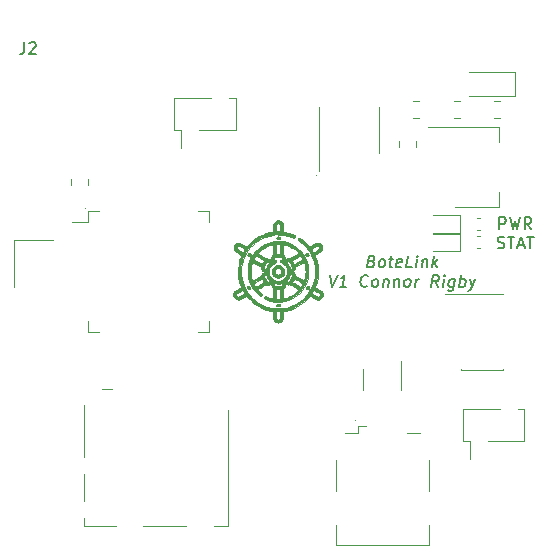
<source format=gbr>
G04 #@! TF.GenerationSoftware,KiCad,Pcbnew,5.1.6*
G04 #@! TF.CreationDate,2020-06-26T20:36:41-07:00*
G04 #@! TF.ProjectId,MegaBote,4d656761-426f-4746-952e-6b696361645f,rev?*
G04 #@! TF.SameCoordinates,Original*
G04 #@! TF.FileFunction,Legend,Top*
G04 #@! TF.FilePolarity,Positive*
%FSLAX46Y46*%
G04 Gerber Fmt 4.6, Leading zero omitted, Abs format (unit mm)*
G04 Created by KiCad (PCBNEW 5.1.6) date 2020-06-26 20:36:41*
%MOMM*%
%LPD*%
G01*
G04 APERTURE LIST*
%ADD10C,0.150000*%
%ADD11C,0.120000*%
%ADD12C,0.010000*%
G04 APERTURE END LIST*
D10*
X201103652Y-111981171D02*
X201240557Y-112028790D01*
X201282224Y-112076409D01*
X201317938Y-112171647D01*
X201300081Y-112314504D01*
X201240557Y-112409742D01*
X201186986Y-112457361D01*
X201085795Y-112504980D01*
X200704843Y-112504980D01*
X200829843Y-111504980D01*
X201163176Y-111504980D01*
X201252462Y-111552600D01*
X201294129Y-111600219D01*
X201329843Y-111695457D01*
X201317938Y-111790695D01*
X201258414Y-111885933D01*
X201204843Y-111933552D01*
X201103652Y-111981171D01*
X200770319Y-111981171D01*
X201847700Y-112504980D02*
X201758414Y-112457361D01*
X201716748Y-112409742D01*
X201681033Y-112314504D01*
X201716748Y-112028790D01*
X201776272Y-111933552D01*
X201829843Y-111885933D01*
X201931033Y-111838314D01*
X202073891Y-111838314D01*
X202163176Y-111885933D01*
X202204843Y-111933552D01*
X202240557Y-112028790D01*
X202204843Y-112314504D01*
X202145319Y-112409742D01*
X202091748Y-112457361D01*
X201990557Y-112504980D01*
X201847700Y-112504980D01*
X202550081Y-111838314D02*
X202931033Y-111838314D01*
X202734605Y-111504980D02*
X202627462Y-112362123D01*
X202663176Y-112457361D01*
X202752462Y-112504980D01*
X202847700Y-112504980D01*
X203567938Y-112457361D02*
X203466748Y-112504980D01*
X203276272Y-112504980D01*
X203186986Y-112457361D01*
X203151272Y-112362123D01*
X203198891Y-111981171D01*
X203258414Y-111885933D01*
X203359605Y-111838314D01*
X203550081Y-111838314D01*
X203639367Y-111885933D01*
X203675081Y-111981171D01*
X203663176Y-112076409D01*
X203175081Y-112171647D01*
X204514367Y-112504980D02*
X204038176Y-112504980D01*
X204163176Y-111504980D01*
X204847700Y-112504980D02*
X204931033Y-111838314D01*
X204972700Y-111504980D02*
X204919129Y-111552600D01*
X204960795Y-111600219D01*
X205014367Y-111552600D01*
X204972700Y-111504980D01*
X204960795Y-111600219D01*
X205407224Y-111838314D02*
X205323891Y-112504980D01*
X205395319Y-111933552D02*
X205448891Y-111885933D01*
X205550081Y-111838314D01*
X205692938Y-111838314D01*
X205782224Y-111885933D01*
X205817938Y-111981171D01*
X205752462Y-112504980D01*
X206228652Y-112504980D02*
X206353652Y-111504980D01*
X206371510Y-112124028D02*
X206609605Y-112504980D01*
X206692938Y-111838314D02*
X206264367Y-112219266D01*
X197544129Y-113154980D02*
X197752462Y-114154980D01*
X198210795Y-113154980D01*
X198942938Y-114154980D02*
X198371510Y-114154980D01*
X198657224Y-114154980D02*
X198782224Y-113154980D01*
X198669129Y-113297838D01*
X198561986Y-113393076D01*
X198460795Y-113440695D01*
X200716748Y-114059742D02*
X200663176Y-114107361D01*
X200514367Y-114154980D01*
X200419129Y-114154980D01*
X200282224Y-114107361D01*
X200198891Y-114012123D01*
X200163176Y-113916885D01*
X200139367Y-113726409D01*
X200157224Y-113583552D01*
X200228652Y-113393076D01*
X200288176Y-113297838D01*
X200395319Y-113202600D01*
X200544129Y-113154980D01*
X200639367Y-113154980D01*
X200776272Y-113202600D01*
X200817938Y-113250219D01*
X201276272Y-114154980D02*
X201186986Y-114107361D01*
X201145319Y-114059742D01*
X201109605Y-113964504D01*
X201145319Y-113678790D01*
X201204843Y-113583552D01*
X201258414Y-113535933D01*
X201359605Y-113488314D01*
X201502462Y-113488314D01*
X201591748Y-113535933D01*
X201633414Y-113583552D01*
X201669129Y-113678790D01*
X201633414Y-113964504D01*
X201573891Y-114059742D01*
X201520319Y-114107361D01*
X201419129Y-114154980D01*
X201276272Y-114154980D01*
X202121510Y-113488314D02*
X202038176Y-114154980D01*
X202109605Y-113583552D02*
X202163176Y-113535933D01*
X202264367Y-113488314D01*
X202407224Y-113488314D01*
X202496510Y-113535933D01*
X202532224Y-113631171D01*
X202466748Y-114154980D01*
X203026272Y-113488314D02*
X202942938Y-114154980D01*
X203014367Y-113583552D02*
X203067938Y-113535933D01*
X203169129Y-113488314D01*
X203311986Y-113488314D01*
X203401272Y-113535933D01*
X203436986Y-113631171D01*
X203371510Y-114154980D01*
X203990557Y-114154980D02*
X203901272Y-114107361D01*
X203859605Y-114059742D01*
X203823891Y-113964504D01*
X203859605Y-113678790D01*
X203919129Y-113583552D01*
X203972700Y-113535933D01*
X204073891Y-113488314D01*
X204216748Y-113488314D01*
X204306033Y-113535933D01*
X204347700Y-113583552D01*
X204383414Y-113678790D01*
X204347700Y-113964504D01*
X204288176Y-114059742D01*
X204234605Y-114107361D01*
X204133414Y-114154980D01*
X203990557Y-114154980D01*
X204752462Y-114154980D02*
X204835795Y-113488314D01*
X204811986Y-113678790D02*
X204871510Y-113583552D01*
X204925081Y-113535933D01*
X205026272Y-113488314D01*
X205121510Y-113488314D01*
X206704843Y-114154980D02*
X206431033Y-113678790D01*
X206133414Y-114154980D02*
X206258414Y-113154980D01*
X206639367Y-113154980D01*
X206728652Y-113202600D01*
X206770319Y-113250219D01*
X206806033Y-113345457D01*
X206788176Y-113488314D01*
X206728652Y-113583552D01*
X206675081Y-113631171D01*
X206573891Y-113678790D01*
X206192938Y-113678790D01*
X207133414Y-114154980D02*
X207216748Y-113488314D01*
X207258414Y-113154980D02*
X207204843Y-113202600D01*
X207246510Y-113250219D01*
X207300081Y-113202600D01*
X207258414Y-113154980D01*
X207246510Y-113250219D01*
X208121510Y-113488314D02*
X208020319Y-114297838D01*
X207960795Y-114393076D01*
X207907224Y-114440695D01*
X207806033Y-114488314D01*
X207663176Y-114488314D01*
X207573891Y-114440695D01*
X208044129Y-114107361D02*
X207942938Y-114154980D01*
X207752462Y-114154980D01*
X207663176Y-114107361D01*
X207621510Y-114059742D01*
X207585795Y-113964504D01*
X207621510Y-113678790D01*
X207681033Y-113583552D01*
X207734605Y-113535933D01*
X207835795Y-113488314D01*
X208026272Y-113488314D01*
X208115557Y-113535933D01*
X208514367Y-114154980D02*
X208639367Y-113154980D01*
X208591748Y-113535933D02*
X208692938Y-113488314D01*
X208883414Y-113488314D01*
X208972700Y-113535933D01*
X209014367Y-113583552D01*
X209050081Y-113678790D01*
X209014367Y-113964504D01*
X208954843Y-114059742D01*
X208901272Y-114107361D01*
X208800081Y-114154980D01*
X208609605Y-114154980D01*
X208520319Y-114107361D01*
X209407224Y-113488314D02*
X209561986Y-114154980D01*
X209883414Y-113488314D02*
X209561986Y-114154980D01*
X209436986Y-114393076D01*
X209383414Y-114440695D01*
X209282224Y-114488314D01*
D11*
X176472100Y-91119960D02*
G75*
G03*
X176472100Y-91119960I-43700J0D01*
G01*
X196439040Y-104744520D02*
G75*
G03*
X196439040Y-104744520I-43700J0D01*
G01*
X176906440Y-107505500D02*
G75*
G03*
X176906440Y-107505500I-43700J0D01*
G01*
X199725800Y-125463300D02*
G75*
G03*
X199725800Y-125463300I-43700J0D01*
G01*
D10*
X211751729Y-110846501D02*
X211894586Y-110894120D01*
X212132681Y-110894120D01*
X212227920Y-110846501D01*
X212275539Y-110798882D01*
X212323158Y-110703644D01*
X212323158Y-110608406D01*
X212275539Y-110513168D01*
X212227920Y-110465549D01*
X212132681Y-110417930D01*
X211942205Y-110370311D01*
X211846967Y-110322692D01*
X211799348Y-110275073D01*
X211751729Y-110179835D01*
X211751729Y-110084597D01*
X211799348Y-109989359D01*
X211846967Y-109941740D01*
X211942205Y-109894120D01*
X212180300Y-109894120D01*
X212323158Y-109941740D01*
X212608872Y-109894120D02*
X213180300Y-109894120D01*
X212894586Y-110894120D02*
X212894586Y-109894120D01*
X213466015Y-110608406D02*
X213942205Y-110608406D01*
X213370777Y-110894120D02*
X213704110Y-109894120D01*
X214037443Y-110894120D01*
X214227920Y-109894120D02*
X214799348Y-109894120D01*
X214513634Y-110894120D02*
X214513634Y-109894120D01*
X211899666Y-109276140D02*
X211899666Y-108276140D01*
X212280619Y-108276140D01*
X212375857Y-108323760D01*
X212423476Y-108371379D01*
X212471095Y-108466617D01*
X212471095Y-108609474D01*
X212423476Y-108704712D01*
X212375857Y-108752331D01*
X212280619Y-108799950D01*
X211899666Y-108799950D01*
X212804428Y-108276140D02*
X213042523Y-109276140D01*
X213233000Y-108561855D01*
X213423476Y-109276140D01*
X213661571Y-108276140D01*
X214613952Y-109276140D02*
X214280619Y-108799950D01*
X214042523Y-109276140D02*
X214042523Y-108276140D01*
X214423476Y-108276140D01*
X214518714Y-108323760D01*
X214566333Y-108371379D01*
X214613952Y-108466617D01*
X214613952Y-108609474D01*
X214566333Y-108704712D01*
X214518714Y-108752331D01*
X214423476Y-108799950D01*
X214042523Y-108799950D01*
D11*
X206797160Y-114559080D02*
G75*
G03*
X206797160Y-114559080I-43700J0D01*
G01*
D12*
G36*
X193245572Y-112336721D02*
G01*
X193300985Y-112341013D01*
X193343921Y-112350780D01*
X193385065Y-112368142D01*
X193417932Y-112385626D01*
X193522902Y-112459550D01*
X193606026Y-112554948D01*
X193645216Y-112619837D01*
X193664132Y-112661069D01*
X193675697Y-112704725D01*
X193681557Y-112760812D01*
X193683352Y-112839338D01*
X193683373Y-112852200D01*
X193682000Y-112934520D01*
X193676785Y-112993051D01*
X193666085Y-113037801D01*
X193648257Y-113078776D01*
X193645216Y-113084562D01*
X193571914Y-113194288D01*
X193480920Y-113278470D01*
X193418142Y-113317787D01*
X193362080Y-113344812D01*
X193308375Y-113360735D01*
X193243133Y-113368859D01*
X193192610Y-113371364D01*
X193120447Y-113371572D01*
X193054756Y-113367821D01*
X193008266Y-113360900D01*
X193003842Y-113359670D01*
X192922911Y-113322773D01*
X192839597Y-113265053D01*
X192766434Y-113196096D01*
X192731197Y-113151197D01*
X192679647Y-113058149D01*
X192651565Y-112963471D01*
X192644025Y-112855411D01*
X192645544Y-112817889D01*
X192888065Y-112817889D01*
X192890228Y-112904094D01*
X192919767Y-112985392D01*
X192975508Y-113055531D01*
X193055602Y-113107955D01*
X193130007Y-113133769D01*
X193195968Y-113135224D01*
X193268571Y-113112319D01*
X193278397Y-113107955D01*
X193358986Y-113055079D01*
X193414541Y-112984837D01*
X193443887Y-112903480D01*
X193445847Y-112817263D01*
X193419247Y-112732438D01*
X193363426Y-112655773D01*
X193284949Y-112598747D01*
X193198351Y-112572502D01*
X193109636Y-112577038D01*
X193024807Y-112612356D01*
X192970573Y-112655773D01*
X192914455Y-112733031D01*
X192888065Y-112817889D01*
X192645544Y-112817889D01*
X192645915Y-112808729D01*
X192669569Y-112677238D01*
X192722659Y-112562447D01*
X192805006Y-112464622D01*
X192916433Y-112384033D01*
X192934637Y-112373984D01*
X192975896Y-112355061D01*
X193019607Y-112343487D01*
X193075778Y-112337616D01*
X193154416Y-112335803D01*
X193167000Y-112335780D01*
X193245572Y-112336721D01*
G37*
X193245572Y-112336721D02*
X193300985Y-112341013D01*
X193343921Y-112350780D01*
X193385065Y-112368142D01*
X193417932Y-112385626D01*
X193522902Y-112459550D01*
X193606026Y-112554948D01*
X193645216Y-112619837D01*
X193664132Y-112661069D01*
X193675697Y-112704725D01*
X193681557Y-112760812D01*
X193683352Y-112839338D01*
X193683373Y-112852200D01*
X193682000Y-112934520D01*
X193676785Y-112993051D01*
X193666085Y-113037801D01*
X193648257Y-113078776D01*
X193645216Y-113084562D01*
X193571914Y-113194288D01*
X193480920Y-113278470D01*
X193418142Y-113317787D01*
X193362080Y-113344812D01*
X193308375Y-113360735D01*
X193243133Y-113368859D01*
X193192610Y-113371364D01*
X193120447Y-113371572D01*
X193054756Y-113367821D01*
X193008266Y-113360900D01*
X193003842Y-113359670D01*
X192922911Y-113322773D01*
X192839597Y-113265053D01*
X192766434Y-113196096D01*
X192731197Y-113151197D01*
X192679647Y-113058149D01*
X192651565Y-112963471D01*
X192644025Y-112855411D01*
X192645544Y-112817889D01*
X192888065Y-112817889D01*
X192890228Y-112904094D01*
X192919767Y-112985392D01*
X192975508Y-113055531D01*
X193055602Y-113107955D01*
X193130007Y-113133769D01*
X193195968Y-113135224D01*
X193268571Y-113112319D01*
X193278397Y-113107955D01*
X193358986Y-113055079D01*
X193414541Y-112984837D01*
X193443887Y-112903480D01*
X193445847Y-112817263D01*
X193419247Y-112732438D01*
X193363426Y-112655773D01*
X193284949Y-112598747D01*
X193198351Y-112572502D01*
X193109636Y-112577038D01*
X193024807Y-112612356D01*
X192970573Y-112655773D01*
X192914455Y-112733031D01*
X192888065Y-112817889D01*
X192645544Y-112817889D01*
X192645915Y-112808729D01*
X192669569Y-112677238D01*
X192722659Y-112562447D01*
X192805006Y-112464622D01*
X192916433Y-112384033D01*
X192934637Y-112373984D01*
X192975896Y-112355061D01*
X193019607Y-112343487D01*
X193075778Y-112337616D01*
X193154416Y-112335803D01*
X193167000Y-112335780D01*
X193245572Y-112336721D01*
G36*
X193245538Y-109894862D02*
G01*
X193297113Y-109915266D01*
X193301607Y-109918632D01*
X193331456Y-109962345D01*
X193339360Y-110018385D01*
X193324564Y-110072664D01*
X193310887Y-110092117D01*
X193282782Y-110113138D01*
X193240909Y-110123473D01*
X193183933Y-110125933D01*
X193121155Y-110122746D01*
X193081379Y-110111332D01*
X193056979Y-110092117D01*
X193032096Y-110042988D01*
X193030240Y-109985981D01*
X193050657Y-109935187D01*
X193066260Y-109918632D01*
X193115173Y-109896545D01*
X193179912Y-109888622D01*
X193245538Y-109894862D01*
G37*
X193245538Y-109894862D02*
X193297113Y-109915266D01*
X193301607Y-109918632D01*
X193331456Y-109962345D01*
X193339360Y-110018385D01*
X193324564Y-110072664D01*
X193310887Y-110092117D01*
X193282782Y-110113138D01*
X193240909Y-110123473D01*
X193183933Y-110125933D01*
X193121155Y-110122746D01*
X193081379Y-110111332D01*
X193056979Y-110092117D01*
X193032096Y-110042988D01*
X193030240Y-109985981D01*
X193050657Y-109935187D01*
X193066260Y-109918632D01*
X193115173Y-109896545D01*
X193179912Y-109888622D01*
X193245538Y-109894862D01*
G36*
X195660205Y-111280704D02*
G01*
X195710864Y-111329139D01*
X195738750Y-111373653D01*
X195756227Y-111436233D01*
X195746666Y-111492374D01*
X195715781Y-111536309D01*
X195669283Y-111562271D01*
X195612882Y-111564491D01*
X195567181Y-111546910D01*
X195540374Y-111519929D01*
X195510302Y-111474368D01*
X195484540Y-111423736D01*
X195470661Y-111381539D01*
X195469933Y-111373491D01*
X195479782Y-111344487D01*
X195503623Y-111306889D01*
X195505029Y-111305083D01*
X195552102Y-111267155D01*
X195605555Y-111259536D01*
X195660205Y-111280704D01*
G37*
X195660205Y-111280704D02*
X195710864Y-111329139D01*
X195738750Y-111373653D01*
X195756227Y-111436233D01*
X195746666Y-111492374D01*
X195715781Y-111536309D01*
X195669283Y-111562271D01*
X195612882Y-111564491D01*
X195567181Y-111546910D01*
X195540374Y-111519929D01*
X195510302Y-111474368D01*
X195484540Y-111423736D01*
X195470661Y-111381539D01*
X195469933Y-111373491D01*
X195479782Y-111344487D01*
X195503623Y-111306889D01*
X195505029Y-111305083D01*
X195552102Y-111267155D01*
X195605555Y-111259536D01*
X195660205Y-111280704D01*
G36*
X190809003Y-111284996D02*
G01*
X190828971Y-111305083D01*
X190854880Y-111344335D01*
X190861667Y-111379765D01*
X190849419Y-111423271D01*
X190830145Y-111463775D01*
X190786138Y-111524695D01*
X190732997Y-111559452D01*
X190676723Y-111566199D01*
X190623316Y-111543095D01*
X190610066Y-111531400D01*
X190580250Y-111479837D01*
X190580395Y-111417895D01*
X190609824Y-111349625D01*
X190649001Y-111298567D01*
X190699061Y-111265716D01*
X190756011Y-111261324D01*
X190809003Y-111284996D01*
G37*
X190809003Y-111284996D02*
X190828971Y-111305083D01*
X190854880Y-111344335D01*
X190861667Y-111379765D01*
X190849419Y-111423271D01*
X190830145Y-111463775D01*
X190786138Y-111524695D01*
X190732997Y-111559452D01*
X190676723Y-111566199D01*
X190623316Y-111543095D01*
X190610066Y-111531400D01*
X190580250Y-111479837D01*
X190580395Y-111417895D01*
X190609824Y-111349625D01*
X190649001Y-111298567D01*
X190699061Y-111265716D01*
X190756011Y-111261324D01*
X190809003Y-111284996D01*
G36*
X195760375Y-114089830D02*
G01*
X195768928Y-114097922D01*
X195800062Y-114148312D01*
X195799771Y-114206887D01*
X195767908Y-114275136D01*
X195748331Y-114302819D01*
X195698255Y-114346444D01*
X195641408Y-114361264D01*
X195585687Y-114346485D01*
X195555259Y-114322207D01*
X195528158Y-114282268D01*
X195523664Y-114238825D01*
X195541744Y-114182740D01*
X195554655Y-114155958D01*
X195599373Y-114091984D01*
X195650624Y-114059080D01*
X195705321Y-114058083D01*
X195760375Y-114089830D01*
G37*
X195760375Y-114089830D02*
X195768928Y-114097922D01*
X195800062Y-114148312D01*
X195799771Y-114206887D01*
X195767908Y-114275136D01*
X195748331Y-114302819D01*
X195698255Y-114346444D01*
X195641408Y-114361264D01*
X195585687Y-114346485D01*
X195555259Y-114322207D01*
X195528158Y-114282268D01*
X195523664Y-114238825D01*
X195541744Y-114182740D01*
X195554655Y-114155958D01*
X195599373Y-114091984D01*
X195650624Y-114059080D01*
X195705321Y-114058083D01*
X195760375Y-114089830D01*
G36*
X190690796Y-114064410D02*
G01*
X190729105Y-114091222D01*
X190767637Y-114138431D01*
X190798227Y-114193618D01*
X190812711Y-114244367D01*
X190812988Y-114250240D01*
X190798972Y-114300236D01*
X190762332Y-114336420D01*
X190712523Y-114355847D01*
X190658997Y-114355572D01*
X190611207Y-114332649D01*
X190596704Y-114317626D01*
X190550059Y-114243639D01*
X190531706Y-114177747D01*
X190539713Y-114129654D01*
X190577739Y-114082734D01*
X190632224Y-114059487D01*
X190690796Y-114064410D01*
G37*
X190690796Y-114064410D02*
X190729105Y-114091222D01*
X190767637Y-114138431D01*
X190798227Y-114193618D01*
X190812711Y-114244367D01*
X190812988Y-114250240D01*
X190798972Y-114300236D01*
X190762332Y-114336420D01*
X190712523Y-114355847D01*
X190658997Y-114355572D01*
X190611207Y-114332649D01*
X190596704Y-114317626D01*
X190550059Y-114243639D01*
X190531706Y-114177747D01*
X190539713Y-114129654D01*
X190577739Y-114082734D01*
X190632224Y-114059487D01*
X190690796Y-114064410D01*
G36*
X193410547Y-110287964D02*
G01*
X193556090Y-110302690D01*
X193598897Y-110309286D01*
X193883452Y-110374562D01*
X194155552Y-110470348D01*
X194413199Y-110594941D01*
X194654394Y-110746639D01*
X194877139Y-110923739D01*
X195079436Y-111124539D01*
X195259286Y-111347337D01*
X195414690Y-111590430D01*
X195543652Y-111852115D01*
X195609018Y-112021701D01*
X195648797Y-112142166D01*
X195679201Y-112249932D01*
X195701400Y-112352919D01*
X195716562Y-112459046D01*
X195725853Y-112576230D01*
X195730443Y-112712391D01*
X195731521Y-112852200D01*
X195731059Y-112981227D01*
X195729369Y-113083020D01*
X195725992Y-113164201D01*
X195720472Y-113231393D01*
X195712351Y-113291220D01*
X195701172Y-113350305D01*
X195695262Y-113377355D01*
X195613273Y-113670172D01*
X195503194Y-113944225D01*
X195364623Y-114200250D01*
X195197156Y-114438986D01*
X195000393Y-114661170D01*
X194988219Y-114673419D01*
X194765877Y-114872708D01*
X194526769Y-115042600D01*
X194270712Y-115183195D01*
X193997523Y-115294595D01*
X193707019Y-115376899D01*
X193700400Y-115378390D01*
X193605542Y-115394464D01*
X193485629Y-115406944D01*
X193349302Y-115415639D01*
X193205201Y-115420358D01*
X193061967Y-115420907D01*
X192928240Y-115417096D01*
X192812661Y-115408733D01*
X192744508Y-115399608D01*
X192639579Y-115378263D01*
X192526976Y-115350108D01*
X192412594Y-115317155D01*
X192302324Y-115281417D01*
X192202060Y-115244909D01*
X192117696Y-115209641D01*
X192055124Y-115177628D01*
X192021861Y-115152770D01*
X191996660Y-115103111D01*
X191995718Y-115046412D01*
X192018249Y-114996476D01*
X192031520Y-114983161D01*
X192066137Y-114961518D01*
X192104291Y-114954245D01*
X192153499Y-114961946D01*
X192221278Y-114985224D01*
X192261387Y-115001590D01*
X192330813Y-115028636D01*
X192412332Y-115057152D01*
X192497892Y-115084695D01*
X192579444Y-115108824D01*
X192648936Y-115127097D01*
X192698318Y-115137070D01*
X192711694Y-115138200D01*
X192721493Y-115136696D01*
X192729058Y-115129605D01*
X192734676Y-115113057D01*
X192738636Y-115083184D01*
X192741226Y-115036116D01*
X192742734Y-114967982D01*
X192743449Y-114874916D01*
X192743659Y-114753046D01*
X192743666Y-114709024D01*
X192743562Y-114577319D01*
X192743034Y-114475296D01*
X192741758Y-114398770D01*
X192739412Y-114343556D01*
X192739292Y-114342333D01*
X192997666Y-114342333D01*
X192997666Y-114754378D01*
X192998136Y-114869287D01*
X192999453Y-114972832D01*
X193001486Y-115060236D01*
X193004101Y-115126727D01*
X193007163Y-115167531D01*
X193009546Y-115178301D01*
X193030725Y-115183057D01*
X193077410Y-115185781D01*
X193141279Y-115186118D01*
X193174646Y-115185357D01*
X193327867Y-115180533D01*
X193336925Y-114342333D01*
X192997666Y-114342333D01*
X192739292Y-114342333D01*
X192735671Y-114305469D01*
X192734264Y-114298985D01*
X193590333Y-114298985D01*
X193590333Y-115142528D01*
X193662300Y-115131097D01*
X193709185Y-115120783D01*
X193777318Y-115102243D01*
X193856000Y-115078497D01*
X193906311Y-115062178D01*
X194160935Y-114960246D01*
X194398784Y-114829817D01*
X194622029Y-114669576D01*
X194774260Y-114535651D01*
X194832657Y-114479255D01*
X194880867Y-114431130D01*
X194914195Y-114396076D01*
X194927948Y-114378892D01*
X194928067Y-114378350D01*
X194914048Y-114367200D01*
X194874601Y-114341537D01*
X194813641Y-114303761D01*
X194735082Y-114256268D01*
X194642841Y-114201456D01*
X194558745Y-114152152D01*
X194445320Y-114086147D01*
X194357170Y-114035430D01*
X194290330Y-113998203D01*
X194240833Y-113972670D01*
X194204714Y-113957033D01*
X194178006Y-113949497D01*
X194156744Y-113948262D01*
X194136962Y-113951534D01*
X194123707Y-113955035D01*
X194039962Y-113966000D01*
X193953228Y-113951149D01*
X193859609Y-113911278D01*
X193812603Y-113887469D01*
X193778892Y-113871825D01*
X193768445Y-113868200D01*
X193763825Y-113883592D01*
X193760645Y-113923617D01*
X193759667Y-113970344D01*
X193751542Y-114069902D01*
X193724478Y-114149181D01*
X193674443Y-114218315D01*
X193651975Y-114240844D01*
X193590333Y-114298985D01*
X192734264Y-114298985D01*
X192730212Y-114280325D01*
X192722711Y-114263938D01*
X192712846Y-114252124D01*
X192707998Y-114247591D01*
X192654629Y-114178094D01*
X192617171Y-114082501D01*
X192600152Y-113991641D01*
X192593873Y-113936859D01*
X192845266Y-113936859D01*
X192846417Y-113988681D01*
X192852806Y-114027095D01*
X192868840Y-114054108D01*
X192898924Y-114071724D01*
X192947465Y-114081949D01*
X193018869Y-114086787D01*
X193117541Y-114088245D01*
X193178091Y-114088333D01*
X193281826Y-114088030D01*
X193357148Y-114086723D01*
X193409511Y-114083819D01*
X193444365Y-114078723D01*
X193467163Y-114070840D01*
X193483356Y-114059577D01*
X193488733Y-114054467D01*
X193508657Y-114021126D01*
X193521077Y-113974521D01*
X193525810Y-113923938D01*
X193522673Y-113878665D01*
X193511480Y-113847987D01*
X193492967Y-113840893D01*
X193401864Y-113864780D01*
X193317700Y-113878249D01*
X193226876Y-113882725D01*
X193120912Y-113879890D01*
X193040640Y-113875056D01*
X192968637Y-113869160D01*
X192914354Y-113863059D01*
X192891833Y-113859093D01*
X192864832Y-113853738D01*
X192851016Y-113860326D01*
X192845968Y-113886238D01*
X192845266Y-113936859D01*
X192593873Y-113936859D01*
X192588098Y-113886483D01*
X192494165Y-113936608D01*
X192387002Y-113977771D01*
X192278986Y-113985863D01*
X192185306Y-113967931D01*
X192164901Y-113962516D01*
X192145206Y-113960735D01*
X192122172Y-113964415D01*
X192091753Y-113975380D01*
X192049900Y-113995457D01*
X191992566Y-114026471D01*
X191915704Y-114070248D01*
X191815264Y-114128613D01*
X191768475Y-114155930D01*
X191669574Y-114213838D01*
X191580621Y-114266199D01*
X191505729Y-114310567D01*
X191449009Y-114344501D01*
X191414575Y-114365557D01*
X191405933Y-114371324D01*
X191414498Y-114385349D01*
X191443739Y-114418227D01*
X191489592Y-114465683D01*
X191547993Y-114523441D01*
X191578387Y-114552709D01*
X191643470Y-114616969D01*
X191699662Y-114676412D01*
X191742220Y-114725718D01*
X191766404Y-114759568D01*
X191769844Y-114767484D01*
X191767195Y-114818809D01*
X191738541Y-114863813D01*
X191691660Y-114893773D01*
X191650672Y-114901133D01*
X191601436Y-114887588D01*
X191536578Y-114848978D01*
X191459377Y-114788346D01*
X191373107Y-114708729D01*
X191281045Y-114613170D01*
X191186468Y-114504709D01*
X191092652Y-114386385D01*
X191084990Y-114376200D01*
X190942658Y-114160599D01*
X190820554Y-113922772D01*
X190802483Y-113876544D01*
X191070712Y-113876544D01*
X191096399Y-113927405D01*
X191118853Y-113969056D01*
X191151318Y-114026038D01*
X191180956Y-114076271D01*
X191239827Y-114174276D01*
X191337555Y-114118604D01*
X191385135Y-114091403D01*
X191454851Y-114051420D01*
X191539502Y-114002790D01*
X191631887Y-113949651D01*
X191699822Y-113910533D01*
X191784198Y-113860883D01*
X191856998Y-113816053D01*
X191913640Y-113779027D01*
X191944365Y-113756576D01*
X194372007Y-113756576D01*
X194387917Y-113766130D01*
X194427986Y-113789627D01*
X194487363Y-113824257D01*
X194561199Y-113867207D01*
X194644643Y-113915668D01*
X194732845Y-113966827D01*
X194820955Y-114017872D01*
X194904123Y-114065993D01*
X194977498Y-114108377D01*
X195036231Y-114142214D01*
X195075472Y-114164691D01*
X195090370Y-114172997D01*
X195090384Y-114173000D01*
X195099582Y-114159768D01*
X195121604Y-114125054D01*
X195151709Y-114076333D01*
X195152137Y-114075633D01*
X195187519Y-114016460D01*
X195219344Y-113960982D01*
X195237666Y-113927061D01*
X195263644Y-113875855D01*
X194915760Y-113673061D01*
X194817078Y-113615805D01*
X194727614Y-113564407D01*
X194651680Y-113521303D01*
X194593585Y-113488929D01*
X194557642Y-113469721D01*
X194548280Y-113465467D01*
X194534265Y-113477292D01*
X194508978Y-113511126D01*
X194476960Y-113559472D01*
X194442752Y-113614827D01*
X194410897Y-113669692D01*
X194385935Y-113716566D01*
X194372408Y-113747949D01*
X194372007Y-113756576D01*
X191944365Y-113756576D01*
X191949543Y-113752793D01*
X191960314Y-113740730D01*
X191948032Y-113710812D01*
X191923460Y-113665043D01*
X191891444Y-113611069D01*
X191856826Y-113556538D01*
X191824453Y-113509095D01*
X191799169Y-113476386D01*
X191786186Y-113465909D01*
X191767122Y-113475341D01*
X191723118Y-113499476D01*
X191658449Y-113535892D01*
X191577393Y-113582168D01*
X191484227Y-113635884D01*
X191419609Y-113673405D01*
X191070712Y-113876544D01*
X190802483Y-113876544D01*
X190721578Y-113669590D01*
X190648628Y-113407924D01*
X190624164Y-113284000D01*
X190606808Y-113146122D01*
X190597221Y-112988339D01*
X190595704Y-112860667D01*
X190841436Y-112860667D01*
X190844571Y-113014377D01*
X190853822Y-113146158D01*
X190870812Y-113267649D01*
X190897167Y-113390489D01*
X190934173Y-113525179D01*
X190970528Y-113647824D01*
X191023131Y-113616105D01*
X191053038Y-113598364D01*
X191107123Y-113566573D01*
X191180292Y-113523713D01*
X191267453Y-113472766D01*
X191363511Y-113416714D01*
X191401700Y-113394455D01*
X191517425Y-113325810D01*
X191609506Y-113268602D01*
X191662526Y-113233136D01*
X191973859Y-113233136D01*
X191985357Y-113274912D01*
X192012203Y-113331180D01*
X192055130Y-113406261D01*
X192114872Y-113504476D01*
X192137414Y-113541098D01*
X192183124Y-113612366D01*
X192225073Y-113672415D01*
X192259042Y-113715565D01*
X192280810Y-113736137D01*
X192282976Y-113736976D01*
X192315490Y-113739066D01*
X192352442Y-113728225D01*
X192403271Y-113701153D01*
X192427194Y-113686543D01*
X192491721Y-113646345D01*
X192401238Y-113548613D01*
X192331388Y-113461923D01*
X192265450Y-113359979D01*
X192210275Y-113254691D01*
X192172712Y-113157969D01*
X192168978Y-113144779D01*
X192149952Y-113073291D01*
X192066655Y-113124544D01*
X192024105Y-113151558D01*
X191993966Y-113175780D01*
X191976973Y-113201533D01*
X191973859Y-113233136D01*
X191662526Y-113233136D01*
X191676300Y-113223923D01*
X191716165Y-113192865D01*
X191727667Y-113177642D01*
X191741621Y-113117622D01*
X191779245Y-113051150D01*
X191834177Y-112987433D01*
X191890636Y-112941713D01*
X191937259Y-112910091D01*
X191970085Y-112886554D01*
X191981667Y-112876583D01*
X191968598Y-112865925D01*
X191935665Y-112844558D01*
X191918167Y-112833908D01*
X191916923Y-112833041D01*
X192376320Y-112833041D01*
X192386362Y-112974467D01*
X192427833Y-113127322D01*
X192497654Y-113267443D01*
X192592180Y-113390947D01*
X192707770Y-113493951D01*
X192840777Y-113572572D01*
X192987559Y-113622928D01*
X192996842Y-113624991D01*
X193098684Y-113642199D01*
X193189591Y-113645064D01*
X193288526Y-113633874D01*
X193312057Y-113629773D01*
X193319568Y-113627596D01*
X193861101Y-113627596D01*
X193933150Y-113671037D01*
X194005925Y-113706255D01*
X194062245Y-113713638D01*
X194092595Y-113702771D01*
X194111245Y-113681265D01*
X194141354Y-113636014D01*
X194179305Y-113573554D01*
X194221484Y-113500420D01*
X194264274Y-113423148D01*
X194304060Y-113348275D01*
X194337227Y-113282336D01*
X194360159Y-113231868D01*
X194369241Y-113203407D01*
X194369267Y-113202622D01*
X194357224Y-113159625D01*
X194339633Y-113136266D01*
X194309915Y-113114923D01*
X194268197Y-113089851D01*
X194226830Y-113067922D01*
X194198162Y-113056009D01*
X194194318Y-113055400D01*
X194186325Y-113070206D01*
X194174218Y-113107851D01*
X194167376Y-113133414D01*
X194130775Y-113238822D01*
X194074790Y-113351815D01*
X194006726Y-113459127D01*
X193946907Y-113533711D01*
X193861101Y-113627596D01*
X193319568Y-113627596D01*
X193461837Y-113586361D01*
X193595804Y-113515894D01*
X193711875Y-113422275D01*
X193807967Y-113309408D01*
X193881999Y-113181195D01*
X193931887Y-113041540D01*
X193955548Y-112894347D01*
X193954210Y-112850908D01*
X194366226Y-112850908D01*
X194377425Y-112860117D01*
X194477990Y-112927960D01*
X194548754Y-112995942D01*
X194593493Y-113068628D01*
X194615616Y-113148070D01*
X194625869Y-113216444D01*
X194975934Y-113422426D01*
X195074823Y-113480184D01*
X195164598Y-113531802D01*
X195240972Y-113574881D01*
X195299657Y-113607023D01*
X195336367Y-113625829D01*
X195346486Y-113629770D01*
X195361357Y-113615538D01*
X195380795Y-113576889D01*
X195400640Y-113522127D01*
X195400981Y-113521026D01*
X195442284Y-113369918D01*
X195470360Y-113222660D01*
X195486783Y-113067848D01*
X195493129Y-112894078D01*
X195493329Y-112852200D01*
X195489250Y-112676781D01*
X195475854Y-112522400D01*
X195451401Y-112377087D01*
X195414153Y-112228871D01*
X195392213Y-112156326D01*
X195350238Y-112023452D01*
X194991593Y-112240814D01*
X194632949Y-112458175D01*
X194613081Y-112536059D01*
X194578704Y-112634089D01*
X194528226Y-112709707D01*
X194454403Y-112773190D01*
X194438391Y-112783917D01*
X194390386Y-112816526D01*
X194367670Y-112837182D01*
X194366226Y-112850908D01*
X193954210Y-112850908D01*
X193950900Y-112743518D01*
X193915860Y-112592957D01*
X193894672Y-112537856D01*
X193825049Y-112412670D01*
X193731039Y-112298646D01*
X193619725Y-112202677D01*
X193498187Y-112131651D01*
X193461723Y-112116585D01*
X193389784Y-112085457D01*
X193364043Y-112067063D01*
X193861267Y-112067063D01*
X193872067Y-112082277D01*
X193900049Y-112113987D01*
X193930114Y-112145887D01*
X194025760Y-112265202D01*
X194105139Y-112405033D01*
X194150328Y-112518027D01*
X194169611Y-112574029D01*
X194185333Y-112614714D01*
X194194328Y-112631944D01*
X194194690Y-112632066D01*
X194212881Y-112625173D01*
X194248643Y-112608222D01*
X194255807Y-112604625D01*
X194323981Y-112563212D01*
X194360808Y-112523128D01*
X194369267Y-112491299D01*
X194361005Y-112465598D01*
X194338195Y-112416708D01*
X194303800Y-112350431D01*
X194260781Y-112272564D01*
X194232187Y-112222908D01*
X194174413Y-112125612D01*
X194129026Y-112055179D01*
X194092081Y-112008801D01*
X194059635Y-111983672D01*
X194027743Y-111976985D01*
X193992461Y-111985932D01*
X193949846Y-112007708D01*
X193938807Y-112014110D01*
X193895499Y-112040779D01*
X193867354Y-112060586D01*
X193861267Y-112067063D01*
X193364043Y-112067063D01*
X193345796Y-112054025D01*
X193324231Y-112016884D01*
X193319400Y-111977509D01*
X193330180Y-111930255D01*
X194355711Y-111930255D01*
X194361296Y-111945248D01*
X194380422Y-111981450D01*
X194408651Y-112031372D01*
X194441548Y-112087520D01*
X194474675Y-112142405D01*
X194503597Y-112188534D01*
X194523875Y-112218416D01*
X194530664Y-112225666D01*
X194546666Y-112217249D01*
X194587540Y-112193595D01*
X194649246Y-112157105D01*
X194727744Y-112110179D01*
X194818993Y-112055217D01*
X194889842Y-112012306D01*
X194987550Y-111952947D01*
X195075136Y-111899642D01*
X195148605Y-111854831D01*
X195203966Y-111820951D01*
X195237224Y-111800440D01*
X195245240Y-111795322D01*
X195240168Y-111779177D01*
X195220661Y-111742771D01*
X195191526Y-111693708D01*
X195157576Y-111639592D01*
X195123619Y-111588029D01*
X195094467Y-111546622D01*
X195074929Y-111522976D01*
X195071288Y-111520317D01*
X195053496Y-111526970D01*
X195011529Y-111548184D01*
X194950289Y-111581150D01*
X194874674Y-111623061D01*
X194789585Y-111671111D01*
X194699922Y-111722492D01*
X194610585Y-111774398D01*
X194526475Y-111824019D01*
X194452492Y-111868551D01*
X194393536Y-111905185D01*
X194355711Y-111930255D01*
X193330180Y-111930255D01*
X193333707Y-111914798D01*
X193373613Y-111871997D01*
X193434597Y-111853533D01*
X193446400Y-111853133D01*
X193505667Y-111853133D01*
X193505667Y-111772234D01*
X193499915Y-111712654D01*
X193485213Y-111664040D01*
X193479306Y-111653701D01*
X193468253Y-111639934D01*
X193453888Y-111630010D01*
X193431001Y-111623303D01*
X193394377Y-111619183D01*
X193338804Y-111617023D01*
X193259069Y-111616194D01*
X193167000Y-111616067D01*
X193062265Y-111616252D01*
X192986184Y-111617228D01*
X192933544Y-111619622D01*
X192899131Y-111624062D01*
X192877734Y-111631177D01*
X192864138Y-111641595D01*
X192854693Y-111653701D01*
X192837955Y-111695249D01*
X192828954Y-111753219D01*
X192828333Y-111772234D01*
X192828333Y-111853133D01*
X192887600Y-111853133D01*
X192951634Y-111867145D01*
X192995338Y-111906226D01*
X193014191Y-111965950D01*
X193014600Y-111977509D01*
X193007214Y-112024227D01*
X192981325Y-112060551D01*
X192931340Y-112092173D01*
X192880453Y-112114002D01*
X192739301Y-112186033D01*
X192617785Y-112282789D01*
X192518316Y-112400070D01*
X192443307Y-112533673D01*
X192395171Y-112679397D01*
X192376320Y-112833041D01*
X191916923Y-112833041D01*
X191829385Y-112772063D01*
X191768944Y-112706806D01*
X191731568Y-112630638D01*
X191712681Y-112541862D01*
X191708694Y-112510060D01*
X191956412Y-112510060D01*
X191959385Y-112533799D01*
X191972378Y-112556989D01*
X192000282Y-112585927D01*
X192044032Y-112618969D01*
X192091083Y-112647788D01*
X192128890Y-112664057D01*
X192135392Y-112665185D01*
X192144383Y-112650690D01*
X192156750Y-112612760D01*
X192164615Y-112581751D01*
X192200676Y-112471117D01*
X192257185Y-112352650D01*
X192327612Y-112238994D01*
X192371456Y-112181239D01*
X192452639Y-112082772D01*
X192390719Y-112044681D01*
X192326545Y-112015343D01*
X192267686Y-112006578D01*
X192225938Y-112018492D01*
X192210235Y-112038250D01*
X192182250Y-112082029D01*
X192145423Y-112143853D01*
X192103191Y-112217744D01*
X192058994Y-112297728D01*
X192016269Y-112377827D01*
X191991451Y-112426064D01*
X191966589Y-112477660D01*
X191956412Y-112510060D01*
X191708694Y-112510060D01*
X191702267Y-112458814D01*
X191343014Y-112241133D01*
X190983762Y-112023452D01*
X190941787Y-112156326D01*
X190899667Y-112302832D01*
X190870234Y-112439702D01*
X190851860Y-112578347D01*
X190842922Y-112730176D01*
X190841436Y-112860667D01*
X190595704Y-112860667D01*
X190595228Y-112820614D01*
X190600655Y-112652910D01*
X190613329Y-112495192D01*
X190633075Y-112357423D01*
X190641030Y-112318408D01*
X190722424Y-112028244D01*
X190814404Y-111801358D01*
X191102498Y-111801358D01*
X191106120Y-111805434D01*
X191125917Y-111817463D01*
X191170189Y-111844545D01*
X191234559Y-111883998D01*
X191314652Y-111933139D01*
X191406091Y-111989285D01*
X191456733Y-112020396D01*
X191551966Y-112078511D01*
X191637925Y-112130205D01*
X191710310Y-112172954D01*
X191764822Y-112204234D01*
X191797162Y-112221522D01*
X191803867Y-112224150D01*
X191818783Y-112210556D01*
X191844494Y-112173432D01*
X191876556Y-112119492D01*
X191892767Y-112089844D01*
X191924678Y-112028301D01*
X191949332Y-111977699D01*
X191963078Y-111945672D01*
X191964733Y-111939284D01*
X191950799Y-111925360D01*
X191912290Y-111897784D01*
X191854150Y-111859512D01*
X191781319Y-111813500D01*
X191698741Y-111762702D01*
X191611357Y-111710073D01*
X191524109Y-111658567D01*
X191441939Y-111611141D01*
X191369789Y-111570748D01*
X191312602Y-111540345D01*
X191275319Y-111522885D01*
X191263511Y-111520010D01*
X191245763Y-111537541D01*
X191216518Y-111577448D01*
X191180847Y-111632569D01*
X191163812Y-111660831D01*
X191124594Y-111731136D01*
X191104523Y-111777057D01*
X191102498Y-111801358D01*
X190814404Y-111801358D01*
X190833422Y-111754449D01*
X190973851Y-111497342D01*
X191111338Y-111302800D01*
X191419518Y-111302800D01*
X191795077Y-111529774D01*
X191909269Y-111598665D01*
X191998721Y-111652002D01*
X192067654Y-111691793D01*
X192120283Y-111720046D01*
X192160828Y-111738770D01*
X192193506Y-111749974D01*
X192222535Y-111755666D01*
X192252132Y-111757855D01*
X192275118Y-111758374D01*
X192357901Y-111765685D01*
X192428502Y-111788007D01*
X192464266Y-111805685D01*
X192525397Y-111837179D01*
X192562896Y-111848876D01*
X192582529Y-111837790D01*
X192590063Y-111800937D01*
X192591266Y-111739946D01*
X192602402Y-111630702D01*
X192634167Y-111537011D01*
X192684104Y-111465298D01*
X192702812Y-111448595D01*
X192743666Y-111416459D01*
X193590333Y-111416459D01*
X193631188Y-111448595D01*
X193683006Y-111508233D01*
X193720931Y-111590038D01*
X193740786Y-111683732D01*
X193742733Y-111723013D01*
X193745289Y-111774982D01*
X193751901Y-111809931D01*
X193758770Y-111819266D01*
X193781661Y-111811781D01*
X193823297Y-111792550D01*
X193856137Y-111775596D01*
X193905655Y-111751781D01*
X193949768Y-111739789D01*
X194002676Y-111737056D01*
X194056000Y-111739496D01*
X194174533Y-111747068D01*
X194545058Y-111525095D01*
X194915584Y-111303122D01*
X194762111Y-111157612D01*
X194563531Y-110989076D01*
X194348640Y-110842995D01*
X194202645Y-110762243D01*
X194121417Y-110724935D01*
X194023671Y-110685459D01*
X193918970Y-110647160D01*
X193816876Y-110613382D01*
X193726952Y-110587467D01*
X193662300Y-110573303D01*
X193590333Y-110561871D01*
X193590333Y-111416459D01*
X192743666Y-111416459D01*
X192743666Y-111362067D01*
X192997075Y-111362067D01*
X193336925Y-111362067D01*
X193332396Y-110942967D01*
X193327867Y-110523866D01*
X193006133Y-110523866D01*
X193001604Y-110942967D01*
X192997075Y-111362067D01*
X192743666Y-111362067D01*
X192743666Y-110561871D01*
X192671700Y-110573303D01*
X192601980Y-110588795D01*
X192511116Y-110615268D01*
X192408658Y-110649384D01*
X192304152Y-110687808D01*
X192207147Y-110727202D01*
X192131355Y-110762126D01*
X191974433Y-110850785D01*
X191812689Y-110959852D01*
X191658475Y-111080545D01*
X191561524Y-111167333D01*
X191419518Y-111302800D01*
X191111338Y-111302800D01*
X191143536Y-111257241D01*
X191342304Y-111034464D01*
X191345781Y-111030981D01*
X191568273Y-110831741D01*
X191808095Y-110661580D01*
X192064928Y-110520674D01*
X192338453Y-110409195D01*
X192628353Y-110327318D01*
X192633208Y-110326230D01*
X192762128Y-110304240D01*
X192914271Y-110289243D01*
X193079688Y-110281416D01*
X193248430Y-110280931D01*
X193410547Y-110287964D01*
G37*
X193410547Y-110287964D02*
X193556090Y-110302690D01*
X193598897Y-110309286D01*
X193883452Y-110374562D01*
X194155552Y-110470348D01*
X194413199Y-110594941D01*
X194654394Y-110746639D01*
X194877139Y-110923739D01*
X195079436Y-111124539D01*
X195259286Y-111347337D01*
X195414690Y-111590430D01*
X195543652Y-111852115D01*
X195609018Y-112021701D01*
X195648797Y-112142166D01*
X195679201Y-112249932D01*
X195701400Y-112352919D01*
X195716562Y-112459046D01*
X195725853Y-112576230D01*
X195730443Y-112712391D01*
X195731521Y-112852200D01*
X195731059Y-112981227D01*
X195729369Y-113083020D01*
X195725992Y-113164201D01*
X195720472Y-113231393D01*
X195712351Y-113291220D01*
X195701172Y-113350305D01*
X195695262Y-113377355D01*
X195613273Y-113670172D01*
X195503194Y-113944225D01*
X195364623Y-114200250D01*
X195197156Y-114438986D01*
X195000393Y-114661170D01*
X194988219Y-114673419D01*
X194765877Y-114872708D01*
X194526769Y-115042600D01*
X194270712Y-115183195D01*
X193997523Y-115294595D01*
X193707019Y-115376899D01*
X193700400Y-115378390D01*
X193605542Y-115394464D01*
X193485629Y-115406944D01*
X193349302Y-115415639D01*
X193205201Y-115420358D01*
X193061967Y-115420907D01*
X192928240Y-115417096D01*
X192812661Y-115408733D01*
X192744508Y-115399608D01*
X192639579Y-115378263D01*
X192526976Y-115350108D01*
X192412594Y-115317155D01*
X192302324Y-115281417D01*
X192202060Y-115244909D01*
X192117696Y-115209641D01*
X192055124Y-115177628D01*
X192021861Y-115152770D01*
X191996660Y-115103111D01*
X191995718Y-115046412D01*
X192018249Y-114996476D01*
X192031520Y-114983161D01*
X192066137Y-114961518D01*
X192104291Y-114954245D01*
X192153499Y-114961946D01*
X192221278Y-114985224D01*
X192261387Y-115001590D01*
X192330813Y-115028636D01*
X192412332Y-115057152D01*
X192497892Y-115084695D01*
X192579444Y-115108824D01*
X192648936Y-115127097D01*
X192698318Y-115137070D01*
X192711694Y-115138200D01*
X192721493Y-115136696D01*
X192729058Y-115129605D01*
X192734676Y-115113057D01*
X192738636Y-115083184D01*
X192741226Y-115036116D01*
X192742734Y-114967982D01*
X192743449Y-114874916D01*
X192743659Y-114753046D01*
X192743666Y-114709024D01*
X192743562Y-114577319D01*
X192743034Y-114475296D01*
X192741758Y-114398770D01*
X192739412Y-114343556D01*
X192739292Y-114342333D01*
X192997666Y-114342333D01*
X192997666Y-114754378D01*
X192998136Y-114869287D01*
X192999453Y-114972832D01*
X193001486Y-115060236D01*
X193004101Y-115126727D01*
X193007163Y-115167531D01*
X193009546Y-115178301D01*
X193030725Y-115183057D01*
X193077410Y-115185781D01*
X193141279Y-115186118D01*
X193174646Y-115185357D01*
X193327867Y-115180533D01*
X193336925Y-114342333D01*
X192997666Y-114342333D01*
X192739292Y-114342333D01*
X192735671Y-114305469D01*
X192734264Y-114298985D01*
X193590333Y-114298985D01*
X193590333Y-115142528D01*
X193662300Y-115131097D01*
X193709185Y-115120783D01*
X193777318Y-115102243D01*
X193856000Y-115078497D01*
X193906311Y-115062178D01*
X194160935Y-114960246D01*
X194398784Y-114829817D01*
X194622029Y-114669576D01*
X194774260Y-114535651D01*
X194832657Y-114479255D01*
X194880867Y-114431130D01*
X194914195Y-114396076D01*
X194927948Y-114378892D01*
X194928067Y-114378350D01*
X194914048Y-114367200D01*
X194874601Y-114341537D01*
X194813641Y-114303761D01*
X194735082Y-114256268D01*
X194642841Y-114201456D01*
X194558745Y-114152152D01*
X194445320Y-114086147D01*
X194357170Y-114035430D01*
X194290330Y-113998203D01*
X194240833Y-113972670D01*
X194204714Y-113957033D01*
X194178006Y-113949497D01*
X194156744Y-113948262D01*
X194136962Y-113951534D01*
X194123707Y-113955035D01*
X194039962Y-113966000D01*
X193953228Y-113951149D01*
X193859609Y-113911278D01*
X193812603Y-113887469D01*
X193778892Y-113871825D01*
X193768445Y-113868200D01*
X193763825Y-113883592D01*
X193760645Y-113923617D01*
X193759667Y-113970344D01*
X193751542Y-114069902D01*
X193724478Y-114149181D01*
X193674443Y-114218315D01*
X193651975Y-114240844D01*
X193590333Y-114298985D01*
X192734264Y-114298985D01*
X192730212Y-114280325D01*
X192722711Y-114263938D01*
X192712846Y-114252124D01*
X192707998Y-114247591D01*
X192654629Y-114178094D01*
X192617171Y-114082501D01*
X192600152Y-113991641D01*
X192593873Y-113936859D01*
X192845266Y-113936859D01*
X192846417Y-113988681D01*
X192852806Y-114027095D01*
X192868840Y-114054108D01*
X192898924Y-114071724D01*
X192947465Y-114081949D01*
X193018869Y-114086787D01*
X193117541Y-114088245D01*
X193178091Y-114088333D01*
X193281826Y-114088030D01*
X193357148Y-114086723D01*
X193409511Y-114083819D01*
X193444365Y-114078723D01*
X193467163Y-114070840D01*
X193483356Y-114059577D01*
X193488733Y-114054467D01*
X193508657Y-114021126D01*
X193521077Y-113974521D01*
X193525810Y-113923938D01*
X193522673Y-113878665D01*
X193511480Y-113847987D01*
X193492967Y-113840893D01*
X193401864Y-113864780D01*
X193317700Y-113878249D01*
X193226876Y-113882725D01*
X193120912Y-113879890D01*
X193040640Y-113875056D01*
X192968637Y-113869160D01*
X192914354Y-113863059D01*
X192891833Y-113859093D01*
X192864832Y-113853738D01*
X192851016Y-113860326D01*
X192845968Y-113886238D01*
X192845266Y-113936859D01*
X192593873Y-113936859D01*
X192588098Y-113886483D01*
X192494165Y-113936608D01*
X192387002Y-113977771D01*
X192278986Y-113985863D01*
X192185306Y-113967931D01*
X192164901Y-113962516D01*
X192145206Y-113960735D01*
X192122172Y-113964415D01*
X192091753Y-113975380D01*
X192049900Y-113995457D01*
X191992566Y-114026471D01*
X191915704Y-114070248D01*
X191815264Y-114128613D01*
X191768475Y-114155930D01*
X191669574Y-114213838D01*
X191580621Y-114266199D01*
X191505729Y-114310567D01*
X191449009Y-114344501D01*
X191414575Y-114365557D01*
X191405933Y-114371324D01*
X191414498Y-114385349D01*
X191443739Y-114418227D01*
X191489592Y-114465683D01*
X191547993Y-114523441D01*
X191578387Y-114552709D01*
X191643470Y-114616969D01*
X191699662Y-114676412D01*
X191742220Y-114725718D01*
X191766404Y-114759568D01*
X191769844Y-114767484D01*
X191767195Y-114818809D01*
X191738541Y-114863813D01*
X191691660Y-114893773D01*
X191650672Y-114901133D01*
X191601436Y-114887588D01*
X191536578Y-114848978D01*
X191459377Y-114788346D01*
X191373107Y-114708729D01*
X191281045Y-114613170D01*
X191186468Y-114504709D01*
X191092652Y-114386385D01*
X191084990Y-114376200D01*
X190942658Y-114160599D01*
X190820554Y-113922772D01*
X190802483Y-113876544D01*
X191070712Y-113876544D01*
X191096399Y-113927405D01*
X191118853Y-113969056D01*
X191151318Y-114026038D01*
X191180956Y-114076271D01*
X191239827Y-114174276D01*
X191337555Y-114118604D01*
X191385135Y-114091403D01*
X191454851Y-114051420D01*
X191539502Y-114002790D01*
X191631887Y-113949651D01*
X191699822Y-113910533D01*
X191784198Y-113860883D01*
X191856998Y-113816053D01*
X191913640Y-113779027D01*
X191944365Y-113756576D01*
X194372007Y-113756576D01*
X194387917Y-113766130D01*
X194427986Y-113789627D01*
X194487363Y-113824257D01*
X194561199Y-113867207D01*
X194644643Y-113915668D01*
X194732845Y-113966827D01*
X194820955Y-114017872D01*
X194904123Y-114065993D01*
X194977498Y-114108377D01*
X195036231Y-114142214D01*
X195075472Y-114164691D01*
X195090370Y-114172997D01*
X195090384Y-114173000D01*
X195099582Y-114159768D01*
X195121604Y-114125054D01*
X195151709Y-114076333D01*
X195152137Y-114075633D01*
X195187519Y-114016460D01*
X195219344Y-113960982D01*
X195237666Y-113927061D01*
X195263644Y-113875855D01*
X194915760Y-113673061D01*
X194817078Y-113615805D01*
X194727614Y-113564407D01*
X194651680Y-113521303D01*
X194593585Y-113488929D01*
X194557642Y-113469721D01*
X194548280Y-113465467D01*
X194534265Y-113477292D01*
X194508978Y-113511126D01*
X194476960Y-113559472D01*
X194442752Y-113614827D01*
X194410897Y-113669692D01*
X194385935Y-113716566D01*
X194372408Y-113747949D01*
X194372007Y-113756576D01*
X191944365Y-113756576D01*
X191949543Y-113752793D01*
X191960314Y-113740730D01*
X191948032Y-113710812D01*
X191923460Y-113665043D01*
X191891444Y-113611069D01*
X191856826Y-113556538D01*
X191824453Y-113509095D01*
X191799169Y-113476386D01*
X191786186Y-113465909D01*
X191767122Y-113475341D01*
X191723118Y-113499476D01*
X191658449Y-113535892D01*
X191577393Y-113582168D01*
X191484227Y-113635884D01*
X191419609Y-113673405D01*
X191070712Y-113876544D01*
X190802483Y-113876544D01*
X190721578Y-113669590D01*
X190648628Y-113407924D01*
X190624164Y-113284000D01*
X190606808Y-113146122D01*
X190597221Y-112988339D01*
X190595704Y-112860667D01*
X190841436Y-112860667D01*
X190844571Y-113014377D01*
X190853822Y-113146158D01*
X190870812Y-113267649D01*
X190897167Y-113390489D01*
X190934173Y-113525179D01*
X190970528Y-113647824D01*
X191023131Y-113616105D01*
X191053038Y-113598364D01*
X191107123Y-113566573D01*
X191180292Y-113523713D01*
X191267453Y-113472766D01*
X191363511Y-113416714D01*
X191401700Y-113394455D01*
X191517425Y-113325810D01*
X191609506Y-113268602D01*
X191662526Y-113233136D01*
X191973859Y-113233136D01*
X191985357Y-113274912D01*
X192012203Y-113331180D01*
X192055130Y-113406261D01*
X192114872Y-113504476D01*
X192137414Y-113541098D01*
X192183124Y-113612366D01*
X192225073Y-113672415D01*
X192259042Y-113715565D01*
X192280810Y-113736137D01*
X192282976Y-113736976D01*
X192315490Y-113739066D01*
X192352442Y-113728225D01*
X192403271Y-113701153D01*
X192427194Y-113686543D01*
X192491721Y-113646345D01*
X192401238Y-113548613D01*
X192331388Y-113461923D01*
X192265450Y-113359979D01*
X192210275Y-113254691D01*
X192172712Y-113157969D01*
X192168978Y-113144779D01*
X192149952Y-113073291D01*
X192066655Y-113124544D01*
X192024105Y-113151558D01*
X191993966Y-113175780D01*
X191976973Y-113201533D01*
X191973859Y-113233136D01*
X191662526Y-113233136D01*
X191676300Y-113223923D01*
X191716165Y-113192865D01*
X191727667Y-113177642D01*
X191741621Y-113117622D01*
X191779245Y-113051150D01*
X191834177Y-112987433D01*
X191890636Y-112941713D01*
X191937259Y-112910091D01*
X191970085Y-112886554D01*
X191981667Y-112876583D01*
X191968598Y-112865925D01*
X191935665Y-112844558D01*
X191918167Y-112833908D01*
X191916923Y-112833041D01*
X192376320Y-112833041D01*
X192386362Y-112974467D01*
X192427833Y-113127322D01*
X192497654Y-113267443D01*
X192592180Y-113390947D01*
X192707770Y-113493951D01*
X192840777Y-113572572D01*
X192987559Y-113622928D01*
X192996842Y-113624991D01*
X193098684Y-113642199D01*
X193189591Y-113645064D01*
X193288526Y-113633874D01*
X193312057Y-113629773D01*
X193319568Y-113627596D01*
X193861101Y-113627596D01*
X193933150Y-113671037D01*
X194005925Y-113706255D01*
X194062245Y-113713638D01*
X194092595Y-113702771D01*
X194111245Y-113681265D01*
X194141354Y-113636014D01*
X194179305Y-113573554D01*
X194221484Y-113500420D01*
X194264274Y-113423148D01*
X194304060Y-113348275D01*
X194337227Y-113282336D01*
X194360159Y-113231868D01*
X194369241Y-113203407D01*
X194369267Y-113202622D01*
X194357224Y-113159625D01*
X194339633Y-113136266D01*
X194309915Y-113114923D01*
X194268197Y-113089851D01*
X194226830Y-113067922D01*
X194198162Y-113056009D01*
X194194318Y-113055400D01*
X194186325Y-113070206D01*
X194174218Y-113107851D01*
X194167376Y-113133414D01*
X194130775Y-113238822D01*
X194074790Y-113351815D01*
X194006726Y-113459127D01*
X193946907Y-113533711D01*
X193861101Y-113627596D01*
X193319568Y-113627596D01*
X193461837Y-113586361D01*
X193595804Y-113515894D01*
X193711875Y-113422275D01*
X193807967Y-113309408D01*
X193881999Y-113181195D01*
X193931887Y-113041540D01*
X193955548Y-112894347D01*
X193954210Y-112850908D01*
X194366226Y-112850908D01*
X194377425Y-112860117D01*
X194477990Y-112927960D01*
X194548754Y-112995942D01*
X194593493Y-113068628D01*
X194615616Y-113148070D01*
X194625869Y-113216444D01*
X194975934Y-113422426D01*
X195074823Y-113480184D01*
X195164598Y-113531802D01*
X195240972Y-113574881D01*
X195299657Y-113607023D01*
X195336367Y-113625829D01*
X195346486Y-113629770D01*
X195361357Y-113615538D01*
X195380795Y-113576889D01*
X195400640Y-113522127D01*
X195400981Y-113521026D01*
X195442284Y-113369918D01*
X195470360Y-113222660D01*
X195486783Y-113067848D01*
X195493129Y-112894078D01*
X195493329Y-112852200D01*
X195489250Y-112676781D01*
X195475854Y-112522400D01*
X195451401Y-112377087D01*
X195414153Y-112228871D01*
X195392213Y-112156326D01*
X195350238Y-112023452D01*
X194991593Y-112240814D01*
X194632949Y-112458175D01*
X194613081Y-112536059D01*
X194578704Y-112634089D01*
X194528226Y-112709707D01*
X194454403Y-112773190D01*
X194438391Y-112783917D01*
X194390386Y-112816526D01*
X194367670Y-112837182D01*
X194366226Y-112850908D01*
X193954210Y-112850908D01*
X193950900Y-112743518D01*
X193915860Y-112592957D01*
X193894672Y-112537856D01*
X193825049Y-112412670D01*
X193731039Y-112298646D01*
X193619725Y-112202677D01*
X193498187Y-112131651D01*
X193461723Y-112116585D01*
X193389784Y-112085457D01*
X193364043Y-112067063D01*
X193861267Y-112067063D01*
X193872067Y-112082277D01*
X193900049Y-112113987D01*
X193930114Y-112145887D01*
X194025760Y-112265202D01*
X194105139Y-112405033D01*
X194150328Y-112518027D01*
X194169611Y-112574029D01*
X194185333Y-112614714D01*
X194194328Y-112631944D01*
X194194690Y-112632066D01*
X194212881Y-112625173D01*
X194248643Y-112608222D01*
X194255807Y-112604625D01*
X194323981Y-112563212D01*
X194360808Y-112523128D01*
X194369267Y-112491299D01*
X194361005Y-112465598D01*
X194338195Y-112416708D01*
X194303800Y-112350431D01*
X194260781Y-112272564D01*
X194232187Y-112222908D01*
X194174413Y-112125612D01*
X194129026Y-112055179D01*
X194092081Y-112008801D01*
X194059635Y-111983672D01*
X194027743Y-111976985D01*
X193992461Y-111985932D01*
X193949846Y-112007708D01*
X193938807Y-112014110D01*
X193895499Y-112040779D01*
X193867354Y-112060586D01*
X193861267Y-112067063D01*
X193364043Y-112067063D01*
X193345796Y-112054025D01*
X193324231Y-112016884D01*
X193319400Y-111977509D01*
X193330180Y-111930255D01*
X194355711Y-111930255D01*
X194361296Y-111945248D01*
X194380422Y-111981450D01*
X194408651Y-112031372D01*
X194441548Y-112087520D01*
X194474675Y-112142405D01*
X194503597Y-112188534D01*
X194523875Y-112218416D01*
X194530664Y-112225666D01*
X194546666Y-112217249D01*
X194587540Y-112193595D01*
X194649246Y-112157105D01*
X194727744Y-112110179D01*
X194818993Y-112055217D01*
X194889842Y-112012306D01*
X194987550Y-111952947D01*
X195075136Y-111899642D01*
X195148605Y-111854831D01*
X195203966Y-111820951D01*
X195237224Y-111800440D01*
X195245240Y-111795322D01*
X195240168Y-111779177D01*
X195220661Y-111742771D01*
X195191526Y-111693708D01*
X195157576Y-111639592D01*
X195123619Y-111588029D01*
X195094467Y-111546622D01*
X195074929Y-111522976D01*
X195071288Y-111520317D01*
X195053496Y-111526970D01*
X195011529Y-111548184D01*
X194950289Y-111581150D01*
X194874674Y-111623061D01*
X194789585Y-111671111D01*
X194699922Y-111722492D01*
X194610585Y-111774398D01*
X194526475Y-111824019D01*
X194452492Y-111868551D01*
X194393536Y-111905185D01*
X194355711Y-111930255D01*
X193330180Y-111930255D01*
X193333707Y-111914798D01*
X193373613Y-111871997D01*
X193434597Y-111853533D01*
X193446400Y-111853133D01*
X193505667Y-111853133D01*
X193505667Y-111772234D01*
X193499915Y-111712654D01*
X193485213Y-111664040D01*
X193479306Y-111653701D01*
X193468253Y-111639934D01*
X193453888Y-111630010D01*
X193431001Y-111623303D01*
X193394377Y-111619183D01*
X193338804Y-111617023D01*
X193259069Y-111616194D01*
X193167000Y-111616067D01*
X193062265Y-111616252D01*
X192986184Y-111617228D01*
X192933544Y-111619622D01*
X192899131Y-111624062D01*
X192877734Y-111631177D01*
X192864138Y-111641595D01*
X192854693Y-111653701D01*
X192837955Y-111695249D01*
X192828954Y-111753219D01*
X192828333Y-111772234D01*
X192828333Y-111853133D01*
X192887600Y-111853133D01*
X192951634Y-111867145D01*
X192995338Y-111906226D01*
X193014191Y-111965950D01*
X193014600Y-111977509D01*
X193007214Y-112024227D01*
X192981325Y-112060551D01*
X192931340Y-112092173D01*
X192880453Y-112114002D01*
X192739301Y-112186033D01*
X192617785Y-112282789D01*
X192518316Y-112400070D01*
X192443307Y-112533673D01*
X192395171Y-112679397D01*
X192376320Y-112833041D01*
X191916923Y-112833041D01*
X191829385Y-112772063D01*
X191768944Y-112706806D01*
X191731568Y-112630638D01*
X191712681Y-112541862D01*
X191708694Y-112510060D01*
X191956412Y-112510060D01*
X191959385Y-112533799D01*
X191972378Y-112556989D01*
X192000282Y-112585927D01*
X192044032Y-112618969D01*
X192091083Y-112647788D01*
X192128890Y-112664057D01*
X192135392Y-112665185D01*
X192144383Y-112650690D01*
X192156750Y-112612760D01*
X192164615Y-112581751D01*
X192200676Y-112471117D01*
X192257185Y-112352650D01*
X192327612Y-112238994D01*
X192371456Y-112181239D01*
X192452639Y-112082772D01*
X192390719Y-112044681D01*
X192326545Y-112015343D01*
X192267686Y-112006578D01*
X192225938Y-112018492D01*
X192210235Y-112038250D01*
X192182250Y-112082029D01*
X192145423Y-112143853D01*
X192103191Y-112217744D01*
X192058994Y-112297728D01*
X192016269Y-112377827D01*
X191991451Y-112426064D01*
X191966589Y-112477660D01*
X191956412Y-112510060D01*
X191708694Y-112510060D01*
X191702267Y-112458814D01*
X191343014Y-112241133D01*
X190983762Y-112023452D01*
X190941787Y-112156326D01*
X190899667Y-112302832D01*
X190870234Y-112439702D01*
X190851860Y-112578347D01*
X190842922Y-112730176D01*
X190841436Y-112860667D01*
X190595704Y-112860667D01*
X190595228Y-112820614D01*
X190600655Y-112652910D01*
X190613329Y-112495192D01*
X190633075Y-112357423D01*
X190641030Y-112318408D01*
X190722424Y-112028244D01*
X190814404Y-111801358D01*
X191102498Y-111801358D01*
X191106120Y-111805434D01*
X191125917Y-111817463D01*
X191170189Y-111844545D01*
X191234559Y-111883998D01*
X191314652Y-111933139D01*
X191406091Y-111989285D01*
X191456733Y-112020396D01*
X191551966Y-112078511D01*
X191637925Y-112130205D01*
X191710310Y-112172954D01*
X191764822Y-112204234D01*
X191797162Y-112221522D01*
X191803867Y-112224150D01*
X191818783Y-112210556D01*
X191844494Y-112173432D01*
X191876556Y-112119492D01*
X191892767Y-112089844D01*
X191924678Y-112028301D01*
X191949332Y-111977699D01*
X191963078Y-111945672D01*
X191964733Y-111939284D01*
X191950799Y-111925360D01*
X191912290Y-111897784D01*
X191854150Y-111859512D01*
X191781319Y-111813500D01*
X191698741Y-111762702D01*
X191611357Y-111710073D01*
X191524109Y-111658567D01*
X191441939Y-111611141D01*
X191369789Y-111570748D01*
X191312602Y-111540345D01*
X191275319Y-111522885D01*
X191263511Y-111520010D01*
X191245763Y-111537541D01*
X191216518Y-111577448D01*
X191180847Y-111632569D01*
X191163812Y-111660831D01*
X191124594Y-111731136D01*
X191104523Y-111777057D01*
X191102498Y-111801358D01*
X190814404Y-111801358D01*
X190833422Y-111754449D01*
X190973851Y-111497342D01*
X191111338Y-111302800D01*
X191419518Y-111302800D01*
X191795077Y-111529774D01*
X191909269Y-111598665D01*
X191998721Y-111652002D01*
X192067654Y-111691793D01*
X192120283Y-111720046D01*
X192160828Y-111738770D01*
X192193506Y-111749974D01*
X192222535Y-111755666D01*
X192252132Y-111757855D01*
X192275118Y-111758374D01*
X192357901Y-111765685D01*
X192428502Y-111788007D01*
X192464266Y-111805685D01*
X192525397Y-111837179D01*
X192562896Y-111848876D01*
X192582529Y-111837790D01*
X192590063Y-111800937D01*
X192591266Y-111739946D01*
X192602402Y-111630702D01*
X192634167Y-111537011D01*
X192684104Y-111465298D01*
X192702812Y-111448595D01*
X192743666Y-111416459D01*
X193590333Y-111416459D01*
X193631188Y-111448595D01*
X193683006Y-111508233D01*
X193720931Y-111590038D01*
X193740786Y-111683732D01*
X193742733Y-111723013D01*
X193745289Y-111774982D01*
X193751901Y-111809931D01*
X193758770Y-111819266D01*
X193781661Y-111811781D01*
X193823297Y-111792550D01*
X193856137Y-111775596D01*
X193905655Y-111751781D01*
X193949768Y-111739789D01*
X194002676Y-111737056D01*
X194056000Y-111739496D01*
X194174533Y-111747068D01*
X194545058Y-111525095D01*
X194915584Y-111303122D01*
X194762111Y-111157612D01*
X194563531Y-110989076D01*
X194348640Y-110842995D01*
X194202645Y-110762243D01*
X194121417Y-110724935D01*
X194023671Y-110685459D01*
X193918970Y-110647160D01*
X193816876Y-110613382D01*
X193726952Y-110587467D01*
X193662300Y-110573303D01*
X193590333Y-110561871D01*
X193590333Y-111416459D01*
X192743666Y-111416459D01*
X192743666Y-111362067D01*
X192997075Y-111362067D01*
X193336925Y-111362067D01*
X193332396Y-110942967D01*
X193327867Y-110523866D01*
X193006133Y-110523866D01*
X193001604Y-110942967D01*
X192997075Y-111362067D01*
X192743666Y-111362067D01*
X192743666Y-110561871D01*
X192671700Y-110573303D01*
X192601980Y-110588795D01*
X192511116Y-110615268D01*
X192408658Y-110649384D01*
X192304152Y-110687808D01*
X192207147Y-110727202D01*
X192131355Y-110762126D01*
X191974433Y-110850785D01*
X191812689Y-110959852D01*
X191658475Y-111080545D01*
X191561524Y-111167333D01*
X191419518Y-111302800D01*
X191111338Y-111302800D01*
X191143536Y-111257241D01*
X191342304Y-111034464D01*
X191345781Y-111030981D01*
X191568273Y-110831741D01*
X191808095Y-110661580D01*
X192064928Y-110520674D01*
X192338453Y-110409195D01*
X192628353Y-110327318D01*
X192633208Y-110326230D01*
X192762128Y-110304240D01*
X192914271Y-110289243D01*
X193079688Y-110281416D01*
X193248430Y-110280931D01*
X193410547Y-110287964D01*
G36*
X193261399Y-115586497D02*
G01*
X193311261Y-115611933D01*
X193336083Y-115656788D01*
X193339927Y-115701050D01*
X193324500Y-115759371D01*
X193282169Y-115797167D01*
X193213014Y-115814380D01*
X193183933Y-115815533D01*
X193111275Y-115806985D01*
X193066260Y-115785768D01*
X193036410Y-115742055D01*
X193028507Y-115686015D01*
X193043303Y-115631736D01*
X193056979Y-115612282D01*
X193085085Y-115591262D01*
X193126958Y-115580927D01*
X193183933Y-115578466D01*
X193261399Y-115586497D01*
G37*
X193261399Y-115586497D02*
X193311261Y-115611933D01*
X193336083Y-115656788D01*
X193339927Y-115701050D01*
X193324500Y-115759371D01*
X193282169Y-115797167D01*
X193213014Y-115814380D01*
X193183933Y-115815533D01*
X193111275Y-115806985D01*
X193066260Y-115785768D01*
X193036410Y-115742055D01*
X193028507Y-115686015D01*
X193043303Y-115631736D01*
X193056979Y-115612282D01*
X193085085Y-115591262D01*
X193126958Y-115580927D01*
X193183933Y-115578466D01*
X193261399Y-115586497D01*
G36*
X193291797Y-108543921D02*
G01*
X193391427Y-108592106D01*
X193478320Y-108667265D01*
X193544955Y-108762800D01*
X193557662Y-108789191D01*
X193567213Y-108817985D01*
X193574184Y-108854596D01*
X193579149Y-108904440D01*
X193582681Y-108972931D01*
X193585357Y-109065483D01*
X193587291Y-109161914D01*
X193593306Y-109493295D01*
X193723053Y-109514299D01*
X193837903Y-109536178D01*
X193963817Y-109565748D01*
X194094143Y-109600926D01*
X194222229Y-109639629D01*
X194341422Y-109679774D01*
X194445069Y-109719277D01*
X194526518Y-109756054D01*
X194565261Y-109778069D01*
X194595920Y-109816192D01*
X194607786Y-109869244D01*
X194600106Y-109923493D01*
X194575366Y-109962442D01*
X194547943Y-109980689D01*
X194513898Y-109987926D01*
X194467653Y-109983409D01*
X194403627Y-109966397D01*
X194316241Y-109936149D01*
X194282210Y-109923469D01*
X193971215Y-109823888D01*
X193655506Y-109757139D01*
X193337293Y-109723125D01*
X193018784Y-109721750D01*
X192702188Y-109752916D01*
X192389714Y-109816527D01*
X192083570Y-109912486D01*
X191803867Y-110031938D01*
X191520578Y-110187746D01*
X191257983Y-110369183D01*
X191017348Y-110574234D01*
X190799935Y-110800886D01*
X190607009Y-111047122D01*
X190439834Y-111310930D01*
X190299674Y-111590293D01*
X190187794Y-111883197D01*
X190105457Y-112187628D01*
X190053927Y-112501570D01*
X190034468Y-112823010D01*
X190034333Y-112852200D01*
X190050568Y-113172603D01*
X190098215Y-113483805D01*
X190175685Y-113784219D01*
X190281388Y-114072255D01*
X190413735Y-114346323D01*
X190571139Y-114604837D01*
X190752010Y-114846205D01*
X190954759Y-115068841D01*
X191177798Y-115271154D01*
X191419537Y-115451556D01*
X191678388Y-115608458D01*
X191952761Y-115740272D01*
X192241069Y-115845407D01*
X192541722Y-115922276D01*
X192853131Y-115969290D01*
X193167000Y-115984866D01*
X193488754Y-115968346D01*
X193803275Y-115919634D01*
X194108536Y-115840003D01*
X194402508Y-115730724D01*
X194683165Y-115593070D01*
X194948477Y-115428313D01*
X195196417Y-115237726D01*
X195424958Y-115022581D01*
X195632071Y-114784151D01*
X195692579Y-114698345D01*
X196011800Y-114698345D01*
X196025727Y-114712120D01*
X196063892Y-114738932D01*
X196120872Y-114775475D01*
X196191242Y-114818441D01*
X196269577Y-114864525D01*
X196350455Y-114910420D01*
X196428451Y-114952819D01*
X196434426Y-114955973D01*
X196505219Y-114986929D01*
X196562362Y-114994465D01*
X196616483Y-114978772D01*
X196649522Y-114959853D01*
X196679544Y-114927918D01*
X196704054Y-114881506D01*
X196705902Y-114876232D01*
X196716587Y-114829906D01*
X196710438Y-114789933D01*
X196694713Y-114754325D01*
X196678025Y-114727678D01*
X196652532Y-114700730D01*
X196613618Y-114670051D01*
X196556669Y-114632211D01*
X196477070Y-114583782D01*
X196420375Y-114550462D01*
X196339400Y-114503673D01*
X196269288Y-114463986D01*
X196214937Y-114434107D01*
X196181245Y-114416743D01*
X196172499Y-114413536D01*
X196158296Y-114434479D01*
X196133535Y-114475528D01*
X196102803Y-114528557D01*
X196070681Y-114585442D01*
X196041756Y-114638058D01*
X196020612Y-114678279D01*
X196011833Y-114697980D01*
X196011800Y-114698345D01*
X195692579Y-114698345D01*
X195815729Y-114523707D01*
X195973904Y-114242522D01*
X195987261Y-114215333D01*
X196111717Y-113921172D01*
X196204485Y-113618869D01*
X196265849Y-113310968D01*
X196296093Y-113000009D01*
X196295499Y-112688536D01*
X196264351Y-112379089D01*
X196202934Y-112074211D01*
X196111529Y-111776444D01*
X195990422Y-111488329D01*
X195839894Y-111212408D01*
X195660230Y-110951224D01*
X195658910Y-110949543D01*
X195979892Y-110949543D01*
X195984323Y-110965632D01*
X196002894Y-111002514D01*
X196031093Y-111052717D01*
X196064406Y-111108766D01*
X196098320Y-111163189D01*
X196128322Y-111208512D01*
X196149899Y-111237262D01*
X196157434Y-111243533D01*
X196173142Y-111235139D01*
X196212771Y-111211914D01*
X196271408Y-111176794D01*
X196344142Y-111132713D01*
X196401433Y-111097717D01*
X196509125Y-111029766D01*
X196589125Y-110973646D01*
X196643998Y-110925972D01*
X196676308Y-110883358D01*
X196688620Y-110842420D01*
X196683499Y-110799774D01*
X196663509Y-110752033D01*
X196663447Y-110751912D01*
X196622551Y-110701315D01*
X196566544Y-110667366D01*
X196507290Y-110656360D01*
X196488343Y-110659004D01*
X196463887Y-110669779D01*
X196416687Y-110694354D01*
X196353051Y-110729124D01*
X196279285Y-110770485D01*
X196201699Y-110814833D01*
X196126601Y-110858563D01*
X196060297Y-110898070D01*
X196009097Y-110929750D01*
X195979892Y-110949543D01*
X195658910Y-110949543D01*
X195617149Y-110896400D01*
X195525405Y-110790004D01*
X195415317Y-110674452D01*
X195295386Y-110557862D01*
X195174115Y-110448349D01*
X195060006Y-110354032D01*
X195008144Y-110314999D01*
X194930032Y-110255402D01*
X194878817Y-110207166D01*
X194851528Y-110165680D01*
X194845194Y-110126338D01*
X194856846Y-110084530D01*
X194857976Y-110082011D01*
X194893401Y-110040568D01*
X194945931Y-110016806D01*
X195000654Y-110017355D01*
X195002270Y-110017846D01*
X195046587Y-110039860D01*
X195110067Y-110082353D01*
X195188309Y-110141480D01*
X195276916Y-110213394D01*
X195371488Y-110294248D01*
X195467626Y-110380194D01*
X195560930Y-110467388D01*
X195647001Y-110551981D01*
X195721441Y-110630127D01*
X195779329Y-110697327D01*
X195823168Y-110752254D01*
X196373820Y-110422266D01*
X196511638Y-110422266D01*
X196584306Y-110423599D01*
X196635219Y-110429464D01*
X196676439Y-110442663D01*
X196720035Y-110465998D01*
X196732347Y-110473514D01*
X196822171Y-110546705D01*
X196883637Y-110638040D01*
X196917233Y-110748371D01*
X196923457Y-110805619D01*
X196925094Y-110875836D01*
X196918460Y-110928801D01*
X196900514Y-110980720D01*
X196883937Y-111016306D01*
X196863628Y-111055049D01*
X196841532Y-111088488D01*
X196813489Y-111119979D01*
X196775345Y-111152875D01*
X196722940Y-111190533D01*
X196652119Y-111236308D01*
X196558724Y-111293553D01*
X196486919Y-111336720D01*
X196394512Y-111393359D01*
X196329686Y-111436306D01*
X196289940Y-111467423D01*
X196272773Y-111488573D01*
X196272070Y-111496696D01*
X196280658Y-111521740D01*
X196298260Y-111571935D01*
X196322498Y-111640538D01*
X196350996Y-111720805D01*
X196358071Y-111740678D01*
X196452858Y-112056774D01*
X196515268Y-112380171D01*
X196545299Y-112708236D01*
X196542950Y-113038337D01*
X196508222Y-113367841D01*
X196441112Y-113694116D01*
X196358724Y-113966612D01*
X196331597Y-114045395D01*
X196309431Y-114111611D01*
X196294176Y-114159287D01*
X196287786Y-114182451D01*
X196287790Y-114183701D01*
X196302834Y-114192981D01*
X196342174Y-114216384D01*
X196400848Y-114250983D01*
X196473893Y-114293847D01*
X196528317Y-114325681D01*
X196636579Y-114389393D01*
X196719595Y-114439879D01*
X196781632Y-114480520D01*
X196826959Y-114514702D01*
X196859842Y-114545807D01*
X196884549Y-114577219D01*
X196905348Y-114612322D01*
X196915983Y-114633051D01*
X196953908Y-114742871D01*
X196961380Y-114852188D01*
X196941196Y-114956381D01*
X196896152Y-115050830D01*
X196829045Y-115130918D01*
X196742672Y-115192023D01*
X196639829Y-115229526D01*
X196548889Y-115239428D01*
X196503093Y-115238436D01*
X196461870Y-115233609D01*
X196419912Y-115222738D01*
X196371912Y-115203616D01*
X196312563Y-115174031D01*
X196236556Y-115131778D01*
X196138584Y-115074646D01*
X196104518Y-115054513D01*
X196024766Y-115008080D01*
X195955028Y-114968948D01*
X195900535Y-114939936D01*
X195866520Y-114923864D01*
X195857982Y-114921643D01*
X195842123Y-114935576D01*
X195808822Y-114970075D01*
X195762800Y-115020100D01*
X195708779Y-115080609D01*
X195703182Y-115086970D01*
X195479628Y-115317052D01*
X195233338Y-115525743D01*
X194967921Y-115711034D01*
X194686989Y-115870916D01*
X194394151Y-116003380D01*
X194093018Y-116106418D01*
X193787199Y-116178020D01*
X193722812Y-116188861D01*
X193592824Y-116209244D01*
X193587345Y-116541555D01*
X193585357Y-116655492D01*
X193583185Y-116741184D01*
X193580090Y-116804247D01*
X193575333Y-116850300D01*
X193568174Y-116884958D01*
X193557875Y-116913840D01*
X193543696Y-116942561D01*
X193531705Y-116964426D01*
X193463343Y-117056668D01*
X193376376Y-117125655D01*
X193276719Y-117168986D01*
X193170282Y-117184260D01*
X193062979Y-117169075D01*
X193043432Y-117162710D01*
X192934367Y-117109309D01*
X192850340Y-117034776D01*
X192802702Y-116965175D01*
X192752133Y-116873866D01*
X192741655Y-116238866D01*
X192997666Y-116238866D01*
X192997666Y-116834138D01*
X193047164Y-116883636D01*
X193092915Y-116919241D01*
X193144112Y-116932361D01*
X193167000Y-116933133D01*
X193224737Y-116925993D01*
X193270176Y-116899198D01*
X193286836Y-116883636D01*
X193336333Y-116834138D01*
X193336333Y-116238866D01*
X192997666Y-116238866D01*
X192741655Y-116238866D01*
X192741201Y-116211372D01*
X192533854Y-116173475D01*
X192225761Y-116100340D01*
X191922875Y-115995444D01*
X191628820Y-115860857D01*
X191347222Y-115698648D01*
X191081703Y-115510886D01*
X190835889Y-115299640D01*
X190630818Y-115086970D01*
X190576297Y-115025717D01*
X190529354Y-114974461D01*
X190494694Y-114938237D01*
X190477026Y-114922080D01*
X190476377Y-114921763D01*
X190457850Y-114928312D01*
X190415780Y-114949527D01*
X190355573Y-114982494D01*
X190282634Y-115024299D01*
X190244389Y-115046827D01*
X190136541Y-115110369D01*
X190052275Y-115158232D01*
X189986404Y-115192604D01*
X189933741Y-115215674D01*
X189889098Y-115229632D01*
X189847289Y-115236665D01*
X189803125Y-115238963D01*
X189788800Y-115239056D01*
X189673051Y-115225315D01*
X189573048Y-115182703D01*
X189487538Y-115113006D01*
X189421709Y-115022117D01*
X189383364Y-114917515D01*
X189375919Y-114835693D01*
X189617067Y-114835693D01*
X189630291Y-114879957D01*
X189630689Y-114881019D01*
X189665821Y-114936330D01*
X189718508Y-114976699D01*
X189778053Y-114995570D01*
X189814200Y-114993487D01*
X189843334Y-114981739D01*
X189895368Y-114956065D01*
X189964027Y-114919735D01*
X190043039Y-114876023D01*
X190082770Y-114853397D01*
X190161455Y-114807279D01*
X190229225Y-114765887D01*
X190280804Y-114732574D01*
X190310918Y-114710694D01*
X190316376Y-114704873D01*
X190310916Y-114685626D01*
X190292623Y-114645300D01*
X190265816Y-114592017D01*
X190234814Y-114533900D01*
X190203934Y-114479074D01*
X190177495Y-114435661D01*
X190161501Y-114413536D01*
X190146160Y-114419951D01*
X190106552Y-114440873D01*
X190047575Y-114473597D01*
X189974127Y-114515417D01*
X189913625Y-114550462D01*
X189819575Y-114606132D01*
X189750707Y-114649264D01*
X189702360Y-114683334D01*
X189669874Y-114711818D01*
X189648588Y-114738191D01*
X189638736Y-114755478D01*
X189619479Y-114800485D01*
X189617067Y-114835693D01*
X189375919Y-114835693D01*
X189373241Y-114806262D01*
X189392079Y-114695423D01*
X189434101Y-114602358D01*
X189447670Y-114580638D01*
X189461466Y-114561339D01*
X189478486Y-114542401D01*
X189501728Y-114521763D01*
X189534190Y-114497365D01*
X189578868Y-114467146D01*
X189638762Y-114429046D01*
X189716867Y-114381004D01*
X189816182Y-114320960D01*
X189939705Y-114246853D01*
X190029442Y-114193132D01*
X190035075Y-114178235D01*
X190030511Y-114143727D01*
X190014915Y-114086110D01*
X189987451Y-114001888D01*
X189975391Y-113966944D01*
X189880743Y-113645354D01*
X189818486Y-113318350D01*
X189788621Y-112988548D01*
X189791147Y-112658567D01*
X189826063Y-112331025D01*
X189893368Y-112008539D01*
X189975929Y-111740678D01*
X190005107Y-111658567D01*
X190030604Y-111586457D01*
X190050036Y-111531117D01*
X190061018Y-111499317D01*
X190062112Y-111496001D01*
X190057371Y-111480000D01*
X190033057Y-111456183D01*
X189986332Y-111422435D01*
X189914355Y-111376641D01*
X189848513Y-111336932D01*
X189738401Y-111270954D01*
X189653532Y-111218395D01*
X189589731Y-111175894D01*
X189542824Y-111140092D01*
X189508634Y-111107630D01*
X189482988Y-111075148D01*
X189461709Y-111039285D01*
X189450063Y-111016306D01*
X189424256Y-110957671D01*
X189411504Y-110907288D01*
X189408769Y-110848949D01*
X189409000Y-110843298D01*
X189646634Y-110843298D01*
X189660410Y-110885393D01*
X189694702Y-110929547D01*
X189752030Y-110979100D01*
X189834913Y-111037394D01*
X189932733Y-111099656D01*
X190011660Y-111147933D01*
X190080977Y-111189215D01*
X190135393Y-111220437D01*
X190169616Y-111238537D01*
X190178267Y-111241824D01*
X190193769Y-111228413D01*
X190220925Y-111192009D01*
X190254983Y-111139246D01*
X190271400Y-111111756D01*
X190305871Y-111051562D01*
X190333197Y-111001827D01*
X190349207Y-110970231D01*
X190351574Y-110964133D01*
X190339201Y-110950152D01*
X190302910Y-110923263D01*
X190248433Y-110886922D01*
X190181503Y-110844589D01*
X190107849Y-110799721D01*
X190033205Y-110755778D01*
X189963301Y-110716218D01*
X189903869Y-110684498D01*
X189860640Y-110664077D01*
X189845657Y-110658869D01*
X189787965Y-110660689D01*
X189729464Y-110687571D01*
X189682061Y-110733191D01*
X189670553Y-110751912D01*
X189650855Y-110799918D01*
X189646634Y-110843298D01*
X189409000Y-110843298D01*
X189410543Y-110805619D01*
X189431509Y-110686281D01*
X189480119Y-110586331D01*
X189556863Y-110504916D01*
X189601653Y-110473514D01*
X189647647Y-110447294D01*
X189688335Y-110431890D01*
X189735783Y-110424500D01*
X189802057Y-110422324D01*
X189822362Y-110422266D01*
X189960180Y-110422266D01*
X190236509Y-110587861D01*
X190512837Y-110753456D01*
X190573778Y-110680995D01*
X190795964Y-110442054D01*
X191040969Y-110225175D01*
X191305543Y-110032263D01*
X191586436Y-109865224D01*
X191880401Y-109725962D01*
X192184187Y-109616385D01*
X192494545Y-109538397D01*
X192535086Y-109530700D01*
X192743666Y-109492577D01*
X192743761Y-109195422D01*
X192744730Y-109093888D01*
X192747354Y-109000054D01*
X192751307Y-108920885D01*
X192755730Y-108869521D01*
X192997666Y-108869521D01*
X192997666Y-109465533D01*
X193336333Y-109465533D01*
X193336333Y-109186930D01*
X193335437Y-109067625D01*
X193332029Y-108977302D01*
X193325029Y-108911110D01*
X193313357Y-108864195D01*
X193295933Y-108831704D01*
X193271678Y-108808784D01*
X193249211Y-108795397D01*
X193175291Y-108772388D01*
X193106913Y-108782779D01*
X193050257Y-108820394D01*
X192997666Y-108869521D01*
X192755730Y-108869521D01*
X192756262Y-108863343D01*
X192760483Y-108838415D01*
X192806712Y-108731286D01*
X192878906Y-108640519D01*
X192965030Y-108576773D01*
X193073745Y-108534697D01*
X193184285Y-108524265D01*
X193291797Y-108543921D01*
G37*
X193291797Y-108543921D02*
X193391427Y-108592106D01*
X193478320Y-108667265D01*
X193544955Y-108762800D01*
X193557662Y-108789191D01*
X193567213Y-108817985D01*
X193574184Y-108854596D01*
X193579149Y-108904440D01*
X193582681Y-108972931D01*
X193585357Y-109065483D01*
X193587291Y-109161914D01*
X193593306Y-109493295D01*
X193723053Y-109514299D01*
X193837903Y-109536178D01*
X193963817Y-109565748D01*
X194094143Y-109600926D01*
X194222229Y-109639629D01*
X194341422Y-109679774D01*
X194445069Y-109719277D01*
X194526518Y-109756054D01*
X194565261Y-109778069D01*
X194595920Y-109816192D01*
X194607786Y-109869244D01*
X194600106Y-109923493D01*
X194575366Y-109962442D01*
X194547943Y-109980689D01*
X194513898Y-109987926D01*
X194467653Y-109983409D01*
X194403627Y-109966397D01*
X194316241Y-109936149D01*
X194282210Y-109923469D01*
X193971215Y-109823888D01*
X193655506Y-109757139D01*
X193337293Y-109723125D01*
X193018784Y-109721750D01*
X192702188Y-109752916D01*
X192389714Y-109816527D01*
X192083570Y-109912486D01*
X191803867Y-110031938D01*
X191520578Y-110187746D01*
X191257983Y-110369183D01*
X191017348Y-110574234D01*
X190799935Y-110800886D01*
X190607009Y-111047122D01*
X190439834Y-111310930D01*
X190299674Y-111590293D01*
X190187794Y-111883197D01*
X190105457Y-112187628D01*
X190053927Y-112501570D01*
X190034468Y-112823010D01*
X190034333Y-112852200D01*
X190050568Y-113172603D01*
X190098215Y-113483805D01*
X190175685Y-113784219D01*
X190281388Y-114072255D01*
X190413735Y-114346323D01*
X190571139Y-114604837D01*
X190752010Y-114846205D01*
X190954759Y-115068841D01*
X191177798Y-115271154D01*
X191419537Y-115451556D01*
X191678388Y-115608458D01*
X191952761Y-115740272D01*
X192241069Y-115845407D01*
X192541722Y-115922276D01*
X192853131Y-115969290D01*
X193167000Y-115984866D01*
X193488754Y-115968346D01*
X193803275Y-115919634D01*
X194108536Y-115840003D01*
X194402508Y-115730724D01*
X194683165Y-115593070D01*
X194948477Y-115428313D01*
X195196417Y-115237726D01*
X195424958Y-115022581D01*
X195632071Y-114784151D01*
X195692579Y-114698345D01*
X196011800Y-114698345D01*
X196025727Y-114712120D01*
X196063892Y-114738932D01*
X196120872Y-114775475D01*
X196191242Y-114818441D01*
X196269577Y-114864525D01*
X196350455Y-114910420D01*
X196428451Y-114952819D01*
X196434426Y-114955973D01*
X196505219Y-114986929D01*
X196562362Y-114994465D01*
X196616483Y-114978772D01*
X196649522Y-114959853D01*
X196679544Y-114927918D01*
X196704054Y-114881506D01*
X196705902Y-114876232D01*
X196716587Y-114829906D01*
X196710438Y-114789933D01*
X196694713Y-114754325D01*
X196678025Y-114727678D01*
X196652532Y-114700730D01*
X196613618Y-114670051D01*
X196556669Y-114632211D01*
X196477070Y-114583782D01*
X196420375Y-114550462D01*
X196339400Y-114503673D01*
X196269288Y-114463986D01*
X196214937Y-114434107D01*
X196181245Y-114416743D01*
X196172499Y-114413536D01*
X196158296Y-114434479D01*
X196133535Y-114475528D01*
X196102803Y-114528557D01*
X196070681Y-114585442D01*
X196041756Y-114638058D01*
X196020612Y-114678279D01*
X196011833Y-114697980D01*
X196011800Y-114698345D01*
X195692579Y-114698345D01*
X195815729Y-114523707D01*
X195973904Y-114242522D01*
X195987261Y-114215333D01*
X196111717Y-113921172D01*
X196204485Y-113618869D01*
X196265849Y-113310968D01*
X196296093Y-113000009D01*
X196295499Y-112688536D01*
X196264351Y-112379089D01*
X196202934Y-112074211D01*
X196111529Y-111776444D01*
X195990422Y-111488329D01*
X195839894Y-111212408D01*
X195660230Y-110951224D01*
X195658910Y-110949543D01*
X195979892Y-110949543D01*
X195984323Y-110965632D01*
X196002894Y-111002514D01*
X196031093Y-111052717D01*
X196064406Y-111108766D01*
X196098320Y-111163189D01*
X196128322Y-111208512D01*
X196149899Y-111237262D01*
X196157434Y-111243533D01*
X196173142Y-111235139D01*
X196212771Y-111211914D01*
X196271408Y-111176794D01*
X196344142Y-111132713D01*
X196401433Y-111097717D01*
X196509125Y-111029766D01*
X196589125Y-110973646D01*
X196643998Y-110925972D01*
X196676308Y-110883358D01*
X196688620Y-110842420D01*
X196683499Y-110799774D01*
X196663509Y-110752033D01*
X196663447Y-110751912D01*
X196622551Y-110701315D01*
X196566544Y-110667366D01*
X196507290Y-110656360D01*
X196488343Y-110659004D01*
X196463887Y-110669779D01*
X196416687Y-110694354D01*
X196353051Y-110729124D01*
X196279285Y-110770485D01*
X196201699Y-110814833D01*
X196126601Y-110858563D01*
X196060297Y-110898070D01*
X196009097Y-110929750D01*
X195979892Y-110949543D01*
X195658910Y-110949543D01*
X195617149Y-110896400D01*
X195525405Y-110790004D01*
X195415317Y-110674452D01*
X195295386Y-110557862D01*
X195174115Y-110448349D01*
X195060006Y-110354032D01*
X195008144Y-110314999D01*
X194930032Y-110255402D01*
X194878817Y-110207166D01*
X194851528Y-110165680D01*
X194845194Y-110126338D01*
X194856846Y-110084530D01*
X194857976Y-110082011D01*
X194893401Y-110040568D01*
X194945931Y-110016806D01*
X195000654Y-110017355D01*
X195002270Y-110017846D01*
X195046587Y-110039860D01*
X195110067Y-110082353D01*
X195188309Y-110141480D01*
X195276916Y-110213394D01*
X195371488Y-110294248D01*
X195467626Y-110380194D01*
X195560930Y-110467388D01*
X195647001Y-110551981D01*
X195721441Y-110630127D01*
X195779329Y-110697327D01*
X195823168Y-110752254D01*
X196373820Y-110422266D01*
X196511638Y-110422266D01*
X196584306Y-110423599D01*
X196635219Y-110429464D01*
X196676439Y-110442663D01*
X196720035Y-110465998D01*
X196732347Y-110473514D01*
X196822171Y-110546705D01*
X196883637Y-110638040D01*
X196917233Y-110748371D01*
X196923457Y-110805619D01*
X196925094Y-110875836D01*
X196918460Y-110928801D01*
X196900514Y-110980720D01*
X196883937Y-111016306D01*
X196863628Y-111055049D01*
X196841532Y-111088488D01*
X196813489Y-111119979D01*
X196775345Y-111152875D01*
X196722940Y-111190533D01*
X196652119Y-111236308D01*
X196558724Y-111293553D01*
X196486919Y-111336720D01*
X196394512Y-111393359D01*
X196329686Y-111436306D01*
X196289940Y-111467423D01*
X196272773Y-111488573D01*
X196272070Y-111496696D01*
X196280658Y-111521740D01*
X196298260Y-111571935D01*
X196322498Y-111640538D01*
X196350996Y-111720805D01*
X196358071Y-111740678D01*
X196452858Y-112056774D01*
X196515268Y-112380171D01*
X196545299Y-112708236D01*
X196542950Y-113038337D01*
X196508222Y-113367841D01*
X196441112Y-113694116D01*
X196358724Y-113966612D01*
X196331597Y-114045395D01*
X196309431Y-114111611D01*
X196294176Y-114159287D01*
X196287786Y-114182451D01*
X196287790Y-114183701D01*
X196302834Y-114192981D01*
X196342174Y-114216384D01*
X196400848Y-114250983D01*
X196473893Y-114293847D01*
X196528317Y-114325681D01*
X196636579Y-114389393D01*
X196719595Y-114439879D01*
X196781632Y-114480520D01*
X196826959Y-114514702D01*
X196859842Y-114545807D01*
X196884549Y-114577219D01*
X196905348Y-114612322D01*
X196915983Y-114633051D01*
X196953908Y-114742871D01*
X196961380Y-114852188D01*
X196941196Y-114956381D01*
X196896152Y-115050830D01*
X196829045Y-115130918D01*
X196742672Y-115192023D01*
X196639829Y-115229526D01*
X196548889Y-115239428D01*
X196503093Y-115238436D01*
X196461870Y-115233609D01*
X196419912Y-115222738D01*
X196371912Y-115203616D01*
X196312563Y-115174031D01*
X196236556Y-115131778D01*
X196138584Y-115074646D01*
X196104518Y-115054513D01*
X196024766Y-115008080D01*
X195955028Y-114968948D01*
X195900535Y-114939936D01*
X195866520Y-114923864D01*
X195857982Y-114921643D01*
X195842123Y-114935576D01*
X195808822Y-114970075D01*
X195762800Y-115020100D01*
X195708779Y-115080609D01*
X195703182Y-115086970D01*
X195479628Y-115317052D01*
X195233338Y-115525743D01*
X194967921Y-115711034D01*
X194686989Y-115870916D01*
X194394151Y-116003380D01*
X194093018Y-116106418D01*
X193787199Y-116178020D01*
X193722812Y-116188861D01*
X193592824Y-116209244D01*
X193587345Y-116541555D01*
X193585357Y-116655492D01*
X193583185Y-116741184D01*
X193580090Y-116804247D01*
X193575333Y-116850300D01*
X193568174Y-116884958D01*
X193557875Y-116913840D01*
X193543696Y-116942561D01*
X193531705Y-116964426D01*
X193463343Y-117056668D01*
X193376376Y-117125655D01*
X193276719Y-117168986D01*
X193170282Y-117184260D01*
X193062979Y-117169075D01*
X193043432Y-117162710D01*
X192934367Y-117109309D01*
X192850340Y-117034776D01*
X192802702Y-116965175D01*
X192752133Y-116873866D01*
X192741655Y-116238866D01*
X192997666Y-116238866D01*
X192997666Y-116834138D01*
X193047164Y-116883636D01*
X193092915Y-116919241D01*
X193144112Y-116932361D01*
X193167000Y-116933133D01*
X193224737Y-116925993D01*
X193270176Y-116899198D01*
X193286836Y-116883636D01*
X193336333Y-116834138D01*
X193336333Y-116238866D01*
X192997666Y-116238866D01*
X192741655Y-116238866D01*
X192741201Y-116211372D01*
X192533854Y-116173475D01*
X192225761Y-116100340D01*
X191922875Y-115995444D01*
X191628820Y-115860857D01*
X191347222Y-115698648D01*
X191081703Y-115510886D01*
X190835889Y-115299640D01*
X190630818Y-115086970D01*
X190576297Y-115025717D01*
X190529354Y-114974461D01*
X190494694Y-114938237D01*
X190477026Y-114922080D01*
X190476377Y-114921763D01*
X190457850Y-114928312D01*
X190415780Y-114949527D01*
X190355573Y-114982494D01*
X190282634Y-115024299D01*
X190244389Y-115046827D01*
X190136541Y-115110369D01*
X190052275Y-115158232D01*
X189986404Y-115192604D01*
X189933741Y-115215674D01*
X189889098Y-115229632D01*
X189847289Y-115236665D01*
X189803125Y-115238963D01*
X189788800Y-115239056D01*
X189673051Y-115225315D01*
X189573048Y-115182703D01*
X189487538Y-115113006D01*
X189421709Y-115022117D01*
X189383364Y-114917515D01*
X189375919Y-114835693D01*
X189617067Y-114835693D01*
X189630291Y-114879957D01*
X189630689Y-114881019D01*
X189665821Y-114936330D01*
X189718508Y-114976699D01*
X189778053Y-114995570D01*
X189814200Y-114993487D01*
X189843334Y-114981739D01*
X189895368Y-114956065D01*
X189964027Y-114919735D01*
X190043039Y-114876023D01*
X190082770Y-114853397D01*
X190161455Y-114807279D01*
X190229225Y-114765887D01*
X190280804Y-114732574D01*
X190310918Y-114710694D01*
X190316376Y-114704873D01*
X190310916Y-114685626D01*
X190292623Y-114645300D01*
X190265816Y-114592017D01*
X190234814Y-114533900D01*
X190203934Y-114479074D01*
X190177495Y-114435661D01*
X190161501Y-114413536D01*
X190146160Y-114419951D01*
X190106552Y-114440873D01*
X190047575Y-114473597D01*
X189974127Y-114515417D01*
X189913625Y-114550462D01*
X189819575Y-114606132D01*
X189750707Y-114649264D01*
X189702360Y-114683334D01*
X189669874Y-114711818D01*
X189648588Y-114738191D01*
X189638736Y-114755478D01*
X189619479Y-114800485D01*
X189617067Y-114835693D01*
X189375919Y-114835693D01*
X189373241Y-114806262D01*
X189392079Y-114695423D01*
X189434101Y-114602358D01*
X189447670Y-114580638D01*
X189461466Y-114561339D01*
X189478486Y-114542401D01*
X189501728Y-114521763D01*
X189534190Y-114497365D01*
X189578868Y-114467146D01*
X189638762Y-114429046D01*
X189716867Y-114381004D01*
X189816182Y-114320960D01*
X189939705Y-114246853D01*
X190029442Y-114193132D01*
X190035075Y-114178235D01*
X190030511Y-114143727D01*
X190014915Y-114086110D01*
X189987451Y-114001888D01*
X189975391Y-113966944D01*
X189880743Y-113645354D01*
X189818486Y-113318350D01*
X189788621Y-112988548D01*
X189791147Y-112658567D01*
X189826063Y-112331025D01*
X189893368Y-112008539D01*
X189975929Y-111740678D01*
X190005107Y-111658567D01*
X190030604Y-111586457D01*
X190050036Y-111531117D01*
X190061018Y-111499317D01*
X190062112Y-111496001D01*
X190057371Y-111480000D01*
X190033057Y-111456183D01*
X189986332Y-111422435D01*
X189914355Y-111376641D01*
X189848513Y-111336932D01*
X189738401Y-111270954D01*
X189653532Y-111218395D01*
X189589731Y-111175894D01*
X189542824Y-111140092D01*
X189508634Y-111107630D01*
X189482988Y-111075148D01*
X189461709Y-111039285D01*
X189450063Y-111016306D01*
X189424256Y-110957671D01*
X189411504Y-110907288D01*
X189408769Y-110848949D01*
X189409000Y-110843298D01*
X189646634Y-110843298D01*
X189660410Y-110885393D01*
X189694702Y-110929547D01*
X189752030Y-110979100D01*
X189834913Y-111037394D01*
X189932733Y-111099656D01*
X190011660Y-111147933D01*
X190080977Y-111189215D01*
X190135393Y-111220437D01*
X190169616Y-111238537D01*
X190178267Y-111241824D01*
X190193769Y-111228413D01*
X190220925Y-111192009D01*
X190254983Y-111139246D01*
X190271400Y-111111756D01*
X190305871Y-111051562D01*
X190333197Y-111001827D01*
X190349207Y-110970231D01*
X190351574Y-110964133D01*
X190339201Y-110950152D01*
X190302910Y-110923263D01*
X190248433Y-110886922D01*
X190181503Y-110844589D01*
X190107849Y-110799721D01*
X190033205Y-110755778D01*
X189963301Y-110716218D01*
X189903869Y-110684498D01*
X189860640Y-110664077D01*
X189845657Y-110658869D01*
X189787965Y-110660689D01*
X189729464Y-110687571D01*
X189682061Y-110733191D01*
X189670553Y-110751912D01*
X189650855Y-110799918D01*
X189646634Y-110843298D01*
X189409000Y-110843298D01*
X189410543Y-110805619D01*
X189431509Y-110686281D01*
X189480119Y-110586331D01*
X189556863Y-110504916D01*
X189601653Y-110473514D01*
X189647647Y-110447294D01*
X189688335Y-110431890D01*
X189735783Y-110424500D01*
X189802057Y-110422324D01*
X189822362Y-110422266D01*
X189960180Y-110422266D01*
X190236509Y-110587861D01*
X190512837Y-110753456D01*
X190573778Y-110680995D01*
X190795964Y-110442054D01*
X191040969Y-110225175D01*
X191305543Y-110032263D01*
X191586436Y-109865224D01*
X191880401Y-109725962D01*
X192184187Y-109616385D01*
X192494545Y-109538397D01*
X192535086Y-109530700D01*
X192743666Y-109492577D01*
X192743761Y-109195422D01*
X192744730Y-109093888D01*
X192747354Y-109000054D01*
X192751307Y-108920885D01*
X192755730Y-108869521D01*
X192997666Y-108869521D01*
X192997666Y-109465533D01*
X193336333Y-109465533D01*
X193336333Y-109186930D01*
X193335437Y-109067625D01*
X193332029Y-108977302D01*
X193325029Y-108911110D01*
X193313357Y-108864195D01*
X193295933Y-108831704D01*
X193271678Y-108808784D01*
X193249211Y-108795397D01*
X193175291Y-108772388D01*
X193106913Y-108782779D01*
X193050257Y-108820394D01*
X192997666Y-108869521D01*
X192755730Y-108869521D01*
X192756262Y-108863343D01*
X192760483Y-108838415D01*
X192806712Y-108731286D01*
X192878906Y-108640519D01*
X192965030Y-108576773D01*
X193073745Y-108534697D01*
X193184285Y-108524265D01*
X193291797Y-108543921D01*
D11*
X204617822Y-98451600D02*
X205134978Y-98451600D01*
X204617822Y-99871600D02*
X205134978Y-99871600D01*
X204824400Y-101824022D02*
X204824400Y-102341178D01*
X203404400Y-101824022D02*
X203404400Y-102341178D01*
X175667600Y-105049822D02*
X175667600Y-105566978D01*
X177087600Y-105049822D02*
X177087600Y-105566978D01*
X213250000Y-98000000D02*
X213250000Y-96000000D01*
X213250000Y-96000000D02*
X209350000Y-96000000D01*
X213250000Y-98000000D02*
X209350000Y-98000000D01*
X206286200Y-109574000D02*
X208571200Y-109574000D01*
X208571200Y-109574000D02*
X208571200Y-108104000D01*
X208571200Y-108104000D02*
X206286200Y-108104000D01*
X208571200Y-109678800D02*
X206286200Y-109678800D01*
X208571200Y-111148800D02*
X208571200Y-109678800D01*
X206286200Y-111148800D02*
X208571200Y-111148800D01*
X211992978Y-99871600D02*
X211475822Y-99871600D01*
X211992978Y-98451600D02*
X211475822Y-98451600D01*
X208072222Y-98451600D02*
X208589378Y-98451600D01*
X208072222Y-99871600D02*
X208589378Y-99871600D01*
X174090600Y-110166400D02*
X170790600Y-110166400D01*
X170790600Y-110166400D02*
X170790600Y-114166400D01*
X178239200Y-122780200D02*
X179099200Y-122780200D01*
X188939200Y-134420200D02*
X188939200Y-124600200D01*
X187709200Y-134420200D02*
X188939200Y-134420200D01*
X181739200Y-134420200D02*
X185409200Y-134420200D01*
X176759200Y-134420200D02*
X179439200Y-134420200D01*
X176759200Y-133700200D02*
X176759200Y-134420200D01*
X176759200Y-130000200D02*
X176759200Y-132300200D01*
X176759200Y-124150200D02*
X176759200Y-128600200D01*
X208648600Y-114722600D02*
X212178600Y-114722600D01*
X208648600Y-121192600D02*
X212178600Y-121192600D01*
X207323600Y-114787600D02*
X208648600Y-114787600D01*
X208648600Y-114722600D02*
X208648600Y-114787600D01*
X212178600Y-114722600D02*
X212178600Y-114787600D01*
X208648600Y-121127600D02*
X208648600Y-121192600D01*
X212178600Y-121127600D02*
X212178600Y-121192600D01*
X209971421Y-108303600D02*
X210296979Y-108303600D01*
X209971421Y-109323600D02*
X210296979Y-109323600D01*
X209971421Y-110898400D02*
X210296979Y-110898400D01*
X209971421Y-109878400D02*
X210296979Y-109878400D01*
X201721400Y-100914200D02*
X201721400Y-98964200D01*
X201721400Y-100914200D02*
X201721400Y-102864200D01*
X196601400Y-100914200D02*
X196601400Y-98964200D01*
X196601400Y-100914200D02*
X196601400Y-104364200D01*
X211910000Y-107410000D02*
X211910000Y-106150000D01*
X211910000Y-100590000D02*
X211910000Y-101850000D01*
X208150000Y-107410000D02*
X211910000Y-107410000D01*
X205900000Y-100590000D02*
X211910000Y-100590000D01*
X200390000Y-121100000D02*
X200390000Y-122900000D01*
X203610000Y-122900000D02*
X203610000Y-120450000D01*
X186354200Y-117962200D02*
X187304200Y-117962200D01*
X187304200Y-117962200D02*
X187304200Y-117012200D01*
X178034200Y-117962200D02*
X177084200Y-117962200D01*
X177084200Y-117962200D02*
X177084200Y-117012200D01*
X186354200Y-107742200D02*
X187304200Y-107742200D01*
X187304200Y-107742200D02*
X187304200Y-108692200D01*
X178034200Y-107742200D02*
X177084200Y-107742200D01*
X177084200Y-107742200D02*
X177084200Y-108692200D01*
X177084200Y-108692200D02*
X175744200Y-108692200D01*
X198040000Y-131450000D02*
X198040000Y-128850000D01*
X205960000Y-128850000D02*
X205960000Y-131450000D01*
X198800000Y-126540000D02*
X199950000Y-126540000D01*
X199950000Y-126540000D02*
X199950000Y-125950000D01*
X199950000Y-125950000D02*
X200650000Y-125950000D01*
X204050000Y-126540000D02*
X205200000Y-126540000D01*
X198040000Y-134350000D02*
X198040000Y-136010000D01*
X198040000Y-136010000D02*
X205960000Y-136010000D01*
X205960000Y-136010000D02*
X205960000Y-134350000D01*
X208829600Y-127187000D02*
X208829600Y-124527000D01*
X214029600Y-127187000D02*
X214029600Y-124527000D01*
X208829600Y-124527000D02*
X211939600Y-124527000D01*
X209399600Y-127187000D02*
X209399600Y-128707000D01*
X208829600Y-127187000D02*
X209399600Y-127187000D01*
X213459600Y-124527000D02*
X214029600Y-124527000D01*
X210919600Y-127187000D02*
X214029600Y-127187000D01*
X186469560Y-100842120D02*
X189579560Y-100842120D01*
X189009560Y-98182120D02*
X189579560Y-98182120D01*
X184379560Y-100842120D02*
X184949560Y-100842120D01*
X184949560Y-100842120D02*
X184949560Y-102362120D01*
X184379560Y-98182120D02*
X187489560Y-98182120D01*
X189579560Y-100842120D02*
X189579560Y-98182120D01*
X184379560Y-100842120D02*
X184379560Y-98182120D01*
D10*
X171666666Y-93452380D02*
X171666666Y-94166666D01*
X171619047Y-94309523D01*
X171523809Y-94404761D01*
X171380952Y-94452380D01*
X171285714Y-94452380D01*
X172095238Y-93547619D02*
X172142857Y-93500000D01*
X172238095Y-93452380D01*
X172476190Y-93452380D01*
X172571428Y-93500000D01*
X172619047Y-93547619D01*
X172666666Y-93642857D01*
X172666666Y-93738095D01*
X172619047Y-93880952D01*
X172047619Y-94452380D01*
X172666666Y-94452380D01*
M02*

</source>
